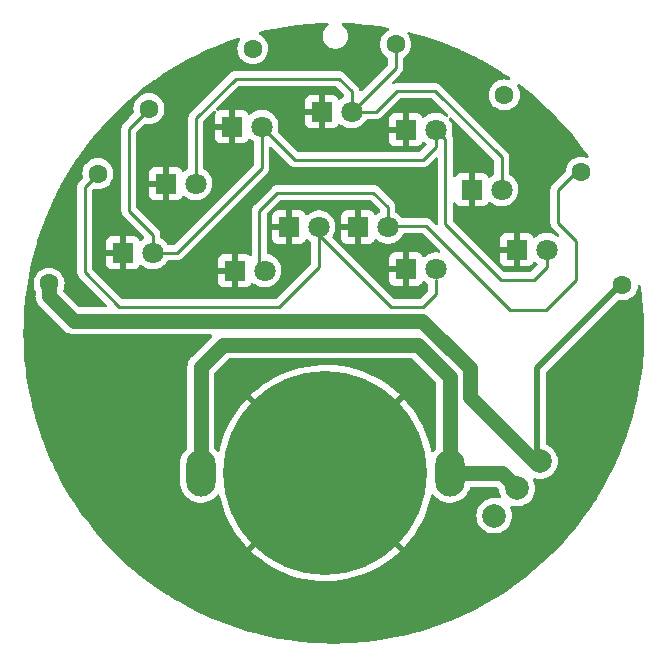
<source format=gbr>
%TF.GenerationSoftware,KiCad,Pcbnew,(6.0.4)*%
%TF.CreationDate,2024-01-19T15:56:56-08:00*%
%TF.ProjectId,Alpenglow_RadiantRainbow_PCB,416c7065-6e67-46c6-9f77-5f5261646961,rev?*%
%TF.SameCoordinates,Original*%
%TF.FileFunction,Copper,L2,Bot*%
%TF.FilePolarity,Positive*%
%FSLAX46Y46*%
G04 Gerber Fmt 4.6, Leading zero omitted, Abs format (unit mm)*
G04 Created by KiCad (PCBNEW (6.0.4)) date 2024-01-19 15:56:56*
%MOMM*%
%LPD*%
G01*
G04 APERTURE LIST*
G04 Aperture macros list*
%AMHorizOval*
0 Thick line with rounded ends*
0 $1 width*
0 $2 $3 position (X,Y) of the first rounded end (center of the circle)*
0 $4 $5 position (X,Y) of the second rounded end (center of the circle)*
0 Add line between two ends*
20,1,$1,$2,$3,$4,$5,0*
0 Add two circle primitives to create the rounded ends*
1,1,$1,$2,$3*
1,1,$1,$4,$5*%
G04 Aperture macros list end*
%TA.AperFunction,ComponentPad*%
%ADD10R,1.800000X1.800000*%
%TD*%
%TA.AperFunction,ComponentPad*%
%ADD11C,1.800000*%
%TD*%
%TA.AperFunction,ComponentPad*%
%ADD12C,1.600000*%
%TD*%
%TA.AperFunction,ComponentPad*%
%ADD13HorizOval,1.600000X0.000000X0.000000X0.000000X0.000000X0*%
%TD*%
%TA.AperFunction,ComponentPad*%
%ADD14HorizOval,1.600000X0.000000X0.000000X0.000000X0.000000X0*%
%TD*%
%TA.AperFunction,ComponentPad*%
%ADD15HorizOval,1.600000X0.000000X0.000000X0.000000X0.000000X0*%
%TD*%
%TA.AperFunction,ComponentPad*%
%ADD16C,2.000000*%
%TD*%
%TA.AperFunction,ComponentPad*%
%ADD17O,2.500000X4.000000*%
%TD*%
%TA.AperFunction,SMDPad,CuDef*%
%ADD18C,17.272000*%
%TD*%
%TA.AperFunction,ComponentPad*%
%ADD19HorizOval,1.600000X0.000000X0.000000X0.000000X0.000000X0*%
%TD*%
%TA.AperFunction,Conductor*%
%ADD20C,1.270000*%
%TD*%
%TA.AperFunction,Conductor*%
%ADD21C,0.250000*%
%TD*%
%TA.AperFunction,Conductor*%
%ADD22C,0.508000*%
%TD*%
G04 APERTURE END LIST*
D10*
%TO.P,D1,1,K*%
%TO.N,GND*%
X160346500Y-93472000D03*
D11*
%TO.P,D1,2,A*%
%TO.N,Net-(D1-Pad2)*%
X162886500Y-93472000D03*
%TD*%
D10*
%TO.P,D3,1,K*%
%TO.N,GND*%
X136216500Y-83058000D03*
D11*
%TO.P,D3,2,A*%
%TO.N,Net-(D1-Pad2)*%
X138756500Y-83058000D03*
%TD*%
D10*
%TO.P,D5,1,K*%
%TO.N,GND*%
X143836500Y-81788000D03*
D11*
%TO.P,D5,2,A*%
%TO.N,Net-(D5-Pad2)*%
X146376500Y-81788000D03*
%TD*%
D10*
%TO.P,D11,1,K*%
%TO.N,GND*%
X141042500Y-91567000D03*
D11*
%TO.P,D11,2,A*%
%TO.N,Net-(D10-Pad2)*%
X143582500Y-91567000D03*
%TD*%
D10*
%TO.P,D4,1,K*%
%TO.N,GND*%
X127000000Y-93726000D03*
D11*
%TO.P,D4,2,A*%
%TO.N,Net-(D1-Pad2)*%
X129540000Y-93726000D03*
%TD*%
D10*
%TO.P,D8,1,K*%
%TO.N,GND*%
X146884500Y-91567000D03*
D11*
%TO.P,D8,2,A*%
%TO.N,Net-(D8-Pad2)*%
X149424500Y-91567000D03*
%TD*%
D10*
%TO.P,D7,1,K*%
%TO.N,GND*%
X156536500Y-88392000D03*
D11*
%TO.P,D7,2,A*%
%TO.N,Net-(D5-Pad2)*%
X159076500Y-88392000D03*
%TD*%
D10*
%TO.P,D10,1,K*%
%TO.N,GND*%
X150948500Y-95123000D03*
D11*
%TO.P,D10,2,A*%
%TO.N,Net-(D10-Pad2)*%
X153488500Y-95123000D03*
%TD*%
D10*
%TO.P,D9,1,K*%
%TO.N,GND*%
X136470500Y-95250000D03*
D11*
%TO.P,D9,2,A*%
%TO.N,Net-(D8-Pad2)*%
X139010500Y-95250000D03*
%TD*%
D10*
%TO.P,D6,1,K*%
%TO.N,GND*%
X130628500Y-87884000D03*
D11*
%TO.P,D6,2,A*%
%TO.N,Net-(D5-Pad2)*%
X133168500Y-87884000D03*
%TD*%
D10*
%TO.P,D2,1,K*%
%TO.N,GND*%
X150948500Y-83312000D03*
D11*
%TO.P,D2,2,A*%
%TO.N,Net-(D1-Pad2)*%
X153488500Y-83312000D03*
%TD*%
D12*
%TO.P,R4,1*%
%TO.N,/LED+*%
X120742778Y-96334811D03*
D13*
%TO.P,R4,2*%
%TO.N,Net-(D10-Pad2)*%
X124875222Y-87053189D03*
%TD*%
D12*
%TO.P,R1,1*%
%TO.N,/LED+*%
X138003409Y-76454000D03*
D14*
%TO.P,R1,2*%
%TO.N,Net-(D1-Pad2)*%
X129204591Y-81534000D03*
%TD*%
D12*
%TO.P,R3,1*%
%TO.N,/LED+*%
X169278901Y-96467639D03*
D15*
%TO.P,R3,2*%
%TO.N,Net-(D8-Pad2)*%
X165803976Y-86920362D03*
%TD*%
D16*
%TO.P,SW1,1,A*%
%TO.N,/LED+*%
X162303158Y-111398438D03*
%TO.P,SW1,2,B*%
%TO.N,VCC*%
X160374795Y-113696572D03*
%TO.P,SW1,3,C*%
%TO.N,unconnected-(SW1-Pad3)*%
X158446432Y-115994705D03*
%TD*%
D17*
%TO.P,BT1,1,+*%
%TO.N,VCC*%
X133604000Y-112395000D03*
X154686000Y-112395000D03*
D18*
%TO.P,BT1,2,-*%
%TO.N,GND*%
X144145000Y-112395000D03*
%TD*%
D12*
%TO.P,R2,1*%
%TO.N,/LED+*%
X159290044Y-80378901D03*
D19*
%TO.P,R2,2*%
%TO.N,Net-(D5-Pad2)*%
X150081957Y-76085099D03*
%TD*%
D20*
%TO.N,VCC*%
X133604000Y-103378000D02*
X135458200Y-101523800D01*
X154686000Y-104267000D02*
X154686000Y-112395000D01*
X151942800Y-101523800D02*
X154686000Y-104267000D01*
X160374795Y-113696572D02*
X159073223Y-112395000D01*
X135458200Y-101523800D02*
X151942800Y-101523800D01*
X159073223Y-112395000D02*
X154686000Y-112395000D01*
X133604000Y-112395000D02*
X133604000Y-103378000D01*
D21*
%TO.N,Net-(D1-Pad2)*%
X127508000Y-83230591D02*
X129204591Y-81534000D01*
X141550500Y-85852000D02*
X152400000Y-85852000D01*
X138756500Y-83058000D02*
X141550500Y-85852000D01*
X129540000Y-93726000D02*
X129540000Y-92202000D01*
X154305000Y-91313000D02*
X154305000Y-84128500D01*
X159004000Y-96012000D02*
X154305000Y-91313000D01*
X153488500Y-84763500D02*
X153488500Y-83312000D01*
X154305000Y-84128500D02*
X153488500Y-83312000D01*
X162886500Y-93472000D02*
X162886500Y-94923500D01*
X129540000Y-93726000D02*
X131572000Y-93726000D01*
X131572000Y-93726000D02*
X138756500Y-86541500D01*
X162886500Y-94923500D02*
X161798000Y-96012000D01*
X138756500Y-86541500D02*
X138756500Y-83058000D01*
X127508000Y-90170000D02*
X127508000Y-83230591D01*
X161798000Y-96012000D02*
X159004000Y-96012000D01*
X129540000Y-92202000D02*
X127508000Y-90170000D01*
X152400000Y-85852000D02*
X153488500Y-84763500D01*
%TO.N,Net-(D5-Pad2)*%
X146376500Y-80082500D02*
X146376500Y-81788000D01*
X146376500Y-81788000D02*
X148463000Y-81788000D01*
X159076500Y-85670500D02*
X159076500Y-88392000D01*
X153416000Y-80010000D02*
X159076500Y-85670500D01*
X136543000Y-78994000D02*
X145288000Y-78994000D01*
X145288000Y-78994000D02*
X146376500Y-80082500D01*
X133168500Y-82368500D02*
X136543000Y-78994000D01*
X150081957Y-78082543D02*
X146376500Y-81788000D01*
X150241000Y-80010000D02*
X153416000Y-80010000D01*
X133168500Y-87884000D02*
X133168500Y-82368500D01*
X150081957Y-76085099D02*
X150081957Y-78082543D01*
X148463000Y-81788000D02*
X150241000Y-80010000D01*
%TO.N,Net-(D8-Pad2)*%
X163830000Y-88414651D02*
X164985099Y-87259552D01*
X138557000Y-90170000D02*
X138557000Y-94796500D01*
X138557000Y-94796500D02*
X139010500Y-95250000D01*
X148209000Y-88646000D02*
X140081000Y-88646000D01*
X152654000Y-91440000D02*
X159766000Y-98552000D01*
X149424500Y-91567000D02*
X149424500Y-89861500D01*
X165354000Y-96012000D02*
X165354000Y-92710000D01*
X159766000Y-98552000D02*
X162814000Y-98552000D01*
X140081000Y-88646000D02*
X138557000Y-90170000D01*
X165354000Y-92710000D02*
X163830000Y-91186000D01*
X149424500Y-89861500D02*
X148209000Y-88646000D01*
X163830000Y-91186000D02*
X163830000Y-88414651D01*
X149860000Y-91440000D02*
X152654000Y-91440000D01*
X162814000Y-98552000D02*
X165354000Y-96012000D01*
%TO.N,Net-(D10-Pad2)*%
X140208000Y-98298000D02*
X126669800Y-98298000D01*
X143582500Y-92202000D02*
X143582500Y-94923500D01*
X149678500Y-98298000D02*
X143582500Y-92202000D01*
X153488500Y-96012000D02*
X153488500Y-97209500D01*
X153488500Y-97209500D02*
X152400000Y-98298000D01*
X126669800Y-98298000D02*
X123774200Y-95402400D01*
X123774200Y-95402400D02*
X123774200Y-88154211D01*
X152400000Y-98298000D02*
X149678500Y-98298000D01*
X123774200Y-88154211D02*
X124875222Y-87053189D01*
X143582500Y-94923500D02*
X140208000Y-98298000D01*
D22*
%TO.N,/LED+*%
X162052000Y-103524945D02*
X162052000Y-111609336D01*
D20*
X152349200Y-99491800D02*
X122834400Y-99491800D01*
X162303158Y-111398438D02*
X161841085Y-111398438D01*
X156382339Y-103524939D02*
X152349200Y-99491800D01*
X161841085Y-111398438D02*
X156382339Y-105939692D01*
X120742778Y-97400178D02*
X120742778Y-96334811D01*
D22*
X169278901Y-96298044D02*
X162052000Y-103524945D01*
D20*
X122834400Y-99491800D02*
X120742778Y-97400178D01*
X156382339Y-105939692D02*
X156382339Y-103524939D01*
%TD*%
%TA.AperFunction,Conductor*%
%TO.N,GND*%
G36*
X144365251Y-74297291D02*
G01*
X144412950Y-74349878D01*
X144424645Y-74419905D01*
X144396625Y-74485138D01*
X144379192Y-74502447D01*
X144366183Y-74513057D01*
X144223880Y-74629116D01*
X144223877Y-74629119D01*
X144219105Y-74633011D01*
X144215178Y-74637758D01*
X144215176Y-74637760D01*
X144089616Y-74789536D01*
X144089614Y-74789539D01*
X144085687Y-74794286D01*
X143986135Y-74978403D01*
X143980017Y-74998167D01*
X143932796Y-75150715D01*
X143924241Y-75178351D01*
X143923597Y-75184476D01*
X143923597Y-75184477D01*
X143909968Y-75314149D01*
X143902362Y-75386513D01*
X143921332Y-75594960D01*
X143980429Y-75795752D01*
X143983286Y-75801217D01*
X144015320Y-75862492D01*
X144077400Y-75981242D01*
X144208554Y-76144364D01*
X144368893Y-76278905D01*
X144374296Y-76281875D01*
X144374297Y-76281876D01*
X144384123Y-76287278D01*
X144552311Y-76379740D01*
X144751822Y-76443028D01*
X144757939Y-76443714D01*
X144757943Y-76443715D01*
X144835682Y-76452434D01*
X144914723Y-76461300D01*
X145027466Y-76461300D01*
X145030521Y-76461000D01*
X145030530Y-76461000D01*
X145102288Y-76453964D01*
X145183109Y-76446039D01*
X145189010Y-76444257D01*
X145189012Y-76444257D01*
X145267107Y-76420679D01*
X145383484Y-76385542D01*
X145568293Y-76287278D01*
X145659608Y-76212803D01*
X145725720Y-76158884D01*
X145725723Y-76158881D01*
X145730495Y-76154989D01*
X145734424Y-76150240D01*
X145859984Y-75998464D01*
X145859986Y-75998461D01*
X145863913Y-75993714D01*
X145963465Y-75809597D01*
X145994412Y-75709623D01*
X146023537Y-75615536D01*
X146023538Y-75615533D01*
X146025359Y-75609649D01*
X146037745Y-75491811D01*
X146046594Y-75407615D01*
X146046594Y-75407614D01*
X146047238Y-75401487D01*
X146028268Y-75193040D01*
X145969171Y-74992248D01*
X145872200Y-74806758D01*
X145741046Y-74643636D01*
X145723742Y-74629116D01*
X145585429Y-74513057D01*
X145585427Y-74513056D01*
X145580707Y-74509095D01*
X145581161Y-74508554D01*
X145539185Y-74457151D01*
X145531137Y-74386612D01*
X145562504Y-74322920D01*
X145623326Y-74286297D01*
X145657257Y-74282194D01*
X145772487Y-74284004D01*
X145777322Y-74284172D01*
X146492786Y-74322920D01*
X146780231Y-74338487D01*
X146785041Y-74338841D01*
X147785066Y-74431611D01*
X147789868Y-74432150D01*
X148785624Y-74563244D01*
X148790362Y-74563960D01*
X149459382Y-74678317D01*
X149523156Y-74709510D01*
X149559944Y-74770232D01*
X149558063Y-74841204D01*
X149518111Y-74899892D01*
X149491400Y-74916710D01*
X149430195Y-74945250D01*
X149430190Y-74945253D01*
X149425208Y-74947576D01*
X149372775Y-74984290D01*
X149242168Y-75075742D01*
X149242165Y-75075744D01*
X149237657Y-75078901D01*
X149075759Y-75240799D01*
X148944434Y-75428350D01*
X148942111Y-75433332D01*
X148942108Y-75433337D01*
X148857766Y-75614211D01*
X148847673Y-75635856D01*
X148846251Y-75641164D01*
X148846250Y-75641166D01*
X148820277Y-75738099D01*
X148788414Y-75857012D01*
X148768459Y-76085099D01*
X148788414Y-76313186D01*
X148789838Y-76318499D01*
X148789838Y-76318501D01*
X148823535Y-76444257D01*
X148847673Y-76534342D01*
X148849996Y-76539323D01*
X148849996Y-76539324D01*
X148942108Y-76736861D01*
X148942111Y-76736866D01*
X148944434Y-76741848D01*
X148947591Y-76746356D01*
X149060933Y-76908225D01*
X149075759Y-76929399D01*
X149237657Y-77091297D01*
X149242165Y-77094454D01*
X149242168Y-77094456D01*
X149394728Y-77201280D01*
X149439056Y-77256737D01*
X149448457Y-77304493D01*
X149448457Y-77767949D01*
X149428455Y-77836070D01*
X149411552Y-77857044D01*
X147219285Y-80049310D01*
X147156973Y-80083336D01*
X147086157Y-80078271D01*
X147029322Y-80035724D01*
X147007197Y-79983367D01*
X147007173Y-79982610D01*
X147001522Y-79963158D01*
X146997514Y-79943806D01*
X146995968Y-79931568D01*
X146995967Y-79931566D01*
X146994974Y-79923703D01*
X146978694Y-79882586D01*
X146974859Y-79871385D01*
X146962518Y-79828906D01*
X146958485Y-79822087D01*
X146958483Y-79822082D01*
X146952207Y-79811471D01*
X146943510Y-79793721D01*
X146936052Y-79774883D01*
X146910071Y-79739123D01*
X146903553Y-79729201D01*
X146885078Y-79697960D01*
X146885074Y-79697955D01*
X146881042Y-79691137D01*
X146866718Y-79676813D01*
X146853876Y-79661778D01*
X146841972Y-79645393D01*
X146807906Y-79617211D01*
X146799127Y-79609222D01*
X145791652Y-78601747D01*
X145784112Y-78593461D01*
X145780000Y-78586982D01*
X145730348Y-78540356D01*
X145727507Y-78537602D01*
X145707770Y-78517865D01*
X145704573Y-78515385D01*
X145695551Y-78507680D01*
X145686504Y-78499184D01*
X145663321Y-78477414D01*
X145656375Y-78473595D01*
X145656372Y-78473593D01*
X145645566Y-78467652D01*
X145629047Y-78456801D01*
X145621457Y-78450914D01*
X145613041Y-78444386D01*
X145605772Y-78441241D01*
X145605768Y-78441238D01*
X145572463Y-78426826D01*
X145561813Y-78421609D01*
X145523060Y-78400305D01*
X145503437Y-78395267D01*
X145484734Y-78388863D01*
X145473420Y-78383967D01*
X145473419Y-78383967D01*
X145466145Y-78380819D01*
X145458322Y-78379580D01*
X145458312Y-78379577D01*
X145422476Y-78373901D01*
X145410856Y-78371495D01*
X145375711Y-78362472D01*
X145375710Y-78362472D01*
X145368030Y-78360500D01*
X145347776Y-78360500D01*
X145328065Y-78358949D01*
X145315886Y-78357020D01*
X145308057Y-78355780D01*
X145278786Y-78358547D01*
X145264039Y-78359941D01*
X145252181Y-78360500D01*
X136621768Y-78360500D01*
X136610585Y-78359973D01*
X136603092Y-78358298D01*
X136595166Y-78358547D01*
X136595165Y-78358547D01*
X136535002Y-78360438D01*
X136531044Y-78360500D01*
X136503144Y-78360500D01*
X136499154Y-78361004D01*
X136487320Y-78361936D01*
X136443111Y-78363326D01*
X136435495Y-78365539D01*
X136435493Y-78365539D01*
X136423652Y-78368979D01*
X136404293Y-78372988D01*
X136402983Y-78373154D01*
X136384203Y-78375526D01*
X136376837Y-78378442D01*
X136376831Y-78378444D01*
X136343098Y-78391800D01*
X136331868Y-78395645D01*
X136302693Y-78404121D01*
X136289407Y-78407981D01*
X136282584Y-78412016D01*
X136271966Y-78418295D01*
X136254213Y-78426992D01*
X136246568Y-78430019D01*
X136235383Y-78434448D01*
X136210875Y-78452254D01*
X136199612Y-78460437D01*
X136189695Y-78466951D01*
X136151638Y-78489458D01*
X136137317Y-78503779D01*
X136122284Y-78516619D01*
X136105893Y-78528528D01*
X136097217Y-78539016D01*
X136077702Y-78562605D01*
X136069712Y-78571384D01*
X132776247Y-81864848D01*
X132767961Y-81872388D01*
X132761482Y-81876500D01*
X132756057Y-81882277D01*
X132714857Y-81926151D01*
X132712102Y-81928993D01*
X132692365Y-81948730D01*
X132689885Y-81951927D01*
X132682182Y-81960947D01*
X132651914Y-81993179D01*
X132648095Y-82000125D01*
X132648093Y-82000128D01*
X132642152Y-82010934D01*
X132631301Y-82027453D01*
X132618886Y-82043459D01*
X132615741Y-82050728D01*
X132615738Y-82050732D01*
X132601326Y-82084037D01*
X132596109Y-82094687D01*
X132574805Y-82133440D01*
X132572834Y-82141115D01*
X132572834Y-82141116D01*
X132569767Y-82153062D01*
X132563363Y-82171766D01*
X132555319Y-82190355D01*
X132554080Y-82198178D01*
X132554077Y-82198188D01*
X132548401Y-82234024D01*
X132545995Y-82245644D01*
X132537631Y-82278221D01*
X132535000Y-82288470D01*
X132535000Y-82308724D01*
X132533449Y-82328434D01*
X132530280Y-82348443D01*
X132531026Y-82356335D01*
X132534441Y-82392461D01*
X132535000Y-82404319D01*
X132535000Y-86549319D01*
X132514998Y-86617440D01*
X132467179Y-86661083D01*
X132415372Y-86688052D01*
X132402449Y-86697755D01*
X132239918Y-86819787D01*
X132230155Y-86827117D01*
X132226583Y-86830855D01*
X132212287Y-86845815D01*
X132150763Y-86881245D01*
X132079851Y-86877788D01*
X132022064Y-86836543D01*
X132003211Y-86802994D01*
X131981824Y-86745946D01*
X131973286Y-86730351D01*
X131896785Y-86628276D01*
X131884224Y-86615715D01*
X131782149Y-86539214D01*
X131766554Y-86530676D01*
X131646106Y-86485522D01*
X131630851Y-86481895D01*
X131579986Y-86476369D01*
X131573172Y-86476000D01*
X130900615Y-86476000D01*
X130885376Y-86480475D01*
X130884171Y-86481865D01*
X130882500Y-86489548D01*
X130882500Y-89273884D01*
X130886975Y-89289123D01*
X130888365Y-89290328D01*
X130896048Y-89291999D01*
X131573169Y-89291999D01*
X131579990Y-89291629D01*
X131630852Y-89286105D01*
X131646104Y-89282479D01*
X131766554Y-89237324D01*
X131782149Y-89228786D01*
X131884224Y-89152285D01*
X131896785Y-89139724D01*
X131973286Y-89037649D01*
X131981824Y-89022054D01*
X132003273Y-88964840D01*
X132045915Y-88908075D01*
X132112477Y-88883376D01*
X132181825Y-88898584D01*
X132201740Y-88912126D01*
X132201926Y-88912280D01*
X132357849Y-89041730D01*
X132557822Y-89158584D01*
X132774194Y-89241209D01*
X132779260Y-89242240D01*
X132779261Y-89242240D01*
X132832346Y-89253040D01*
X133001156Y-89287385D01*
X133131824Y-89292176D01*
X133227449Y-89295683D01*
X133227453Y-89295683D01*
X133232613Y-89295872D01*
X133237733Y-89295216D01*
X133237735Y-89295216D01*
X133337168Y-89282478D01*
X133462347Y-89266442D01*
X133467295Y-89264957D01*
X133467302Y-89264956D01*
X133679247Y-89201369D01*
X133684190Y-89199886D01*
X133688824Y-89197616D01*
X133887549Y-89100262D01*
X133887552Y-89100260D01*
X133892184Y-89097991D01*
X134080743Y-88963494D01*
X134244803Y-88800005D01*
X134379958Y-88611917D01*
X134452886Y-88464359D01*
X134480284Y-88408922D01*
X134480285Y-88408920D01*
X134482578Y-88404280D01*
X134549908Y-88182671D01*
X134555200Y-88142475D01*
X134579704Y-87956354D01*
X134579704Y-87956351D01*
X134580140Y-87953041D01*
X134580489Y-87938773D01*
X134581745Y-87887365D01*
X134581745Y-87887361D01*
X134581827Y-87884000D01*
X134569531Y-87734441D01*
X134563273Y-87658318D01*
X134563272Y-87658312D01*
X134562849Y-87653167D01*
X134530866Y-87525838D01*
X134507684Y-87433544D01*
X134507683Y-87433540D01*
X134506425Y-87428533D01*
X134482969Y-87374587D01*
X134416130Y-87220868D01*
X134416128Y-87220865D01*
X134414070Y-87216131D01*
X134288264Y-87021665D01*
X134258064Y-86988475D01*
X134213343Y-86939328D01*
X134132387Y-86850358D01*
X134128336Y-86847159D01*
X134128332Y-86847155D01*
X133954678Y-86710012D01*
X133954675Y-86710010D01*
X133950623Y-86706810D01*
X133867107Y-86660707D01*
X133817136Y-86610274D01*
X133802000Y-86550398D01*
X133802000Y-84002669D01*
X134808501Y-84002669D01*
X134808871Y-84009490D01*
X134814395Y-84060352D01*
X134818021Y-84075604D01*
X134863176Y-84196054D01*
X134871714Y-84211649D01*
X134948215Y-84313724D01*
X134960776Y-84326285D01*
X135062851Y-84402786D01*
X135078446Y-84411324D01*
X135198894Y-84456478D01*
X135214149Y-84460105D01*
X135265014Y-84465631D01*
X135271828Y-84466000D01*
X135944385Y-84466000D01*
X135959624Y-84461525D01*
X135960829Y-84460135D01*
X135962500Y-84452452D01*
X135962500Y-83330115D01*
X135958025Y-83314876D01*
X135956635Y-83313671D01*
X135948952Y-83312000D01*
X134826616Y-83312000D01*
X134811377Y-83316475D01*
X134810172Y-83317865D01*
X134808501Y-83325548D01*
X134808501Y-84002669D01*
X133802000Y-84002669D01*
X133802000Y-82683094D01*
X133822002Y-82614973D01*
X133838905Y-82593999D01*
X134664768Y-81768136D01*
X134727080Y-81734110D01*
X134797895Y-81739175D01*
X134854731Y-81781722D01*
X134879542Y-81848242D01*
X134865780Y-81911333D01*
X134866328Y-81911538D01*
X134864911Y-81915317D01*
X134864383Y-81917739D01*
X134863179Y-81919939D01*
X134818022Y-82040394D01*
X134814395Y-82055649D01*
X134808869Y-82106514D01*
X134808500Y-82113328D01*
X134808500Y-82785885D01*
X134812975Y-82801124D01*
X134814365Y-82802329D01*
X134822048Y-82804000D01*
X135944385Y-82804000D01*
X135959624Y-82799525D01*
X135960829Y-82798135D01*
X135962500Y-82790452D01*
X135962500Y-81668116D01*
X135958025Y-81652877D01*
X135956635Y-81651672D01*
X135948952Y-81650001D01*
X135271831Y-81650001D01*
X135265010Y-81650371D01*
X135214148Y-81655895D01*
X135198896Y-81659521D01*
X135078439Y-81704679D01*
X135076239Y-81705883D01*
X135073808Y-81706415D01*
X135070038Y-81707828D01*
X135069834Y-81707284D01*
X135006882Y-81721052D01*
X134940334Y-81696315D01*
X134897724Y-81639527D01*
X134892581Y-81568717D01*
X134921392Y-81515885D01*
X142428500Y-81515885D01*
X142432975Y-81531124D01*
X142434365Y-81532329D01*
X142442048Y-81534000D01*
X143564385Y-81534000D01*
X143579624Y-81529525D01*
X143580829Y-81528135D01*
X143582500Y-81520452D01*
X143582500Y-80398116D01*
X143578025Y-80382877D01*
X143576635Y-80381672D01*
X143568952Y-80380001D01*
X142891831Y-80380001D01*
X142885010Y-80380371D01*
X142834148Y-80385895D01*
X142818896Y-80389521D01*
X142698446Y-80434676D01*
X142682851Y-80443214D01*
X142580776Y-80519715D01*
X142568215Y-80532276D01*
X142491714Y-80634351D01*
X142483176Y-80649946D01*
X142438022Y-80770394D01*
X142434395Y-80785649D01*
X142428869Y-80836514D01*
X142428500Y-80843328D01*
X142428500Y-81515885D01*
X134921392Y-81515885D01*
X134926636Y-81506268D01*
X136768499Y-79664405D01*
X136830811Y-79630379D01*
X136857594Y-79627500D01*
X144973406Y-79627500D01*
X145041527Y-79647502D01*
X145062501Y-79664405D01*
X145706095Y-80307999D01*
X145740121Y-80370311D01*
X145743000Y-80397094D01*
X145743000Y-80453319D01*
X145722998Y-80521440D01*
X145675179Y-80565083D01*
X145623372Y-80592052D01*
X145619234Y-80595159D01*
X145470284Y-80706994D01*
X145438155Y-80731117D01*
X145434583Y-80734855D01*
X145420287Y-80749815D01*
X145358763Y-80785245D01*
X145287851Y-80781788D01*
X145230064Y-80740543D01*
X145211211Y-80706994D01*
X145189824Y-80649946D01*
X145181286Y-80634351D01*
X145104785Y-80532276D01*
X145092224Y-80519715D01*
X144990149Y-80443214D01*
X144974554Y-80434676D01*
X144854106Y-80389522D01*
X144838851Y-80385895D01*
X144787986Y-80380369D01*
X144781172Y-80380000D01*
X144108615Y-80380000D01*
X144093376Y-80384475D01*
X144092171Y-80385865D01*
X144090500Y-80393548D01*
X144090500Y-83177884D01*
X144094975Y-83193123D01*
X144096365Y-83194328D01*
X144104048Y-83195999D01*
X144781169Y-83195999D01*
X144787990Y-83195629D01*
X144838852Y-83190105D01*
X144854104Y-83186479D01*
X144974554Y-83141324D01*
X144990149Y-83132786D01*
X145092224Y-83056285D01*
X145104785Y-83043724D01*
X145181286Y-82941649D01*
X145189824Y-82926054D01*
X145211273Y-82868840D01*
X145253915Y-82812075D01*
X145320477Y-82787376D01*
X145389825Y-82802584D01*
X145409740Y-82816126D01*
X145498173Y-82889544D01*
X145565849Y-82945730D01*
X145765822Y-83062584D01*
X145982194Y-83145209D01*
X145987260Y-83146240D01*
X145987261Y-83146240D01*
X146008500Y-83150561D01*
X146209156Y-83191385D01*
X146339824Y-83196176D01*
X146435449Y-83199683D01*
X146435453Y-83199683D01*
X146440613Y-83199872D01*
X146445733Y-83199216D01*
X146445735Y-83199216D01*
X146545168Y-83186478D01*
X146670347Y-83170442D01*
X146675295Y-83168957D01*
X146675302Y-83168956D01*
X146887247Y-83105369D01*
X146892190Y-83103886D01*
X146928051Y-83086318D01*
X147022833Y-83039885D01*
X149540500Y-83039885D01*
X149544975Y-83055124D01*
X149546365Y-83056329D01*
X149554048Y-83058000D01*
X150676385Y-83058000D01*
X150691624Y-83053525D01*
X150692829Y-83052135D01*
X150694500Y-83044452D01*
X150694500Y-81922116D01*
X150690025Y-81906877D01*
X150688635Y-81905672D01*
X150680952Y-81904001D01*
X150003831Y-81904001D01*
X149997010Y-81904371D01*
X149946148Y-81909895D01*
X149930896Y-81913521D01*
X149810446Y-81958676D01*
X149794851Y-81967214D01*
X149692776Y-82043715D01*
X149680215Y-82056276D01*
X149603714Y-82158351D01*
X149595176Y-82173946D01*
X149550022Y-82294394D01*
X149546395Y-82309649D01*
X149540869Y-82360514D01*
X149540500Y-82367328D01*
X149540500Y-83039885D01*
X147022833Y-83039885D01*
X147095549Y-83004262D01*
X147095552Y-83004260D01*
X147100184Y-83001991D01*
X147288743Y-82867494D01*
X147452803Y-82704005D01*
X147587958Y-82515917D01*
X147599940Y-82491672D01*
X147648053Y-82439466D01*
X147712897Y-82421500D01*
X148384233Y-82421500D01*
X148395416Y-82422027D01*
X148402909Y-82423702D01*
X148410835Y-82423453D01*
X148410836Y-82423453D01*
X148470986Y-82421562D01*
X148474945Y-82421500D01*
X148502856Y-82421500D01*
X148506791Y-82421003D01*
X148506856Y-82420995D01*
X148518693Y-82420062D01*
X148550951Y-82419048D01*
X148554970Y-82418922D01*
X148562889Y-82418673D01*
X148582343Y-82413021D01*
X148601700Y-82409013D01*
X148613930Y-82407468D01*
X148613931Y-82407468D01*
X148621797Y-82406474D01*
X148629168Y-82403555D01*
X148629170Y-82403555D01*
X148662912Y-82390196D01*
X148674142Y-82386351D01*
X148708983Y-82376229D01*
X148708984Y-82376229D01*
X148716593Y-82374018D01*
X148723412Y-82369985D01*
X148723417Y-82369983D01*
X148734028Y-82363707D01*
X148751776Y-82355012D01*
X148770617Y-82347552D01*
X148780167Y-82340614D01*
X148806387Y-82321564D01*
X148816307Y-82315048D01*
X148847535Y-82296580D01*
X148847538Y-82296578D01*
X148854362Y-82292542D01*
X148868683Y-82278221D01*
X148883717Y-82265380D01*
X148893694Y-82258131D01*
X148900107Y-82253472D01*
X148928298Y-82219395D01*
X148936288Y-82210616D01*
X150466499Y-80680405D01*
X150528811Y-80646379D01*
X150555594Y-80643500D01*
X153101406Y-80643500D01*
X153169527Y-80663502D01*
X153190501Y-80680405D01*
X154528743Y-82018647D01*
X154562769Y-82080959D01*
X154557704Y-82151774D01*
X154515157Y-82208610D01*
X154448637Y-82233421D01*
X154379263Y-82218330D01*
X154361556Y-82206624D01*
X154274677Y-82138011D01*
X154274672Y-82138008D01*
X154270623Y-82134810D01*
X154266107Y-82132317D01*
X154266104Y-82132315D01*
X154072379Y-82025373D01*
X154072375Y-82025371D01*
X154067855Y-82022876D01*
X154062986Y-82021152D01*
X154062982Y-82021150D01*
X153854403Y-81947288D01*
X153854399Y-81947287D01*
X153849528Y-81945562D01*
X153844435Y-81944655D01*
X153844432Y-81944654D01*
X153626595Y-81905851D01*
X153626589Y-81905850D01*
X153621506Y-81904945D01*
X153544144Y-81904000D01*
X153395081Y-81902179D01*
X153395079Y-81902179D01*
X153389911Y-81902116D01*
X153160964Y-81937150D01*
X152940814Y-82009106D01*
X152936226Y-82011494D01*
X152936222Y-82011496D01*
X152753694Y-82106514D01*
X152735372Y-82116052D01*
X152731239Y-82119155D01*
X152731236Y-82119157D01*
X152560478Y-82247366D01*
X152550155Y-82255117D01*
X152536515Y-82269391D01*
X152532287Y-82273815D01*
X152470763Y-82309245D01*
X152399851Y-82305788D01*
X152342064Y-82264543D01*
X152323211Y-82230994D01*
X152301824Y-82173946D01*
X152293286Y-82158351D01*
X152216785Y-82056276D01*
X152204224Y-82043715D01*
X152102149Y-81967214D01*
X152086554Y-81958676D01*
X151966106Y-81913522D01*
X151950851Y-81909895D01*
X151899986Y-81904369D01*
X151893172Y-81904000D01*
X151220615Y-81904000D01*
X151205376Y-81908475D01*
X151204171Y-81909865D01*
X151202500Y-81917548D01*
X151202500Y-84701884D01*
X151206975Y-84717123D01*
X151208365Y-84718328D01*
X151216048Y-84719999D01*
X151893169Y-84719999D01*
X151899990Y-84719629D01*
X151950852Y-84714105D01*
X151966104Y-84710479D01*
X152086554Y-84665324D01*
X152102149Y-84656786D01*
X152204224Y-84580285D01*
X152216785Y-84567724D01*
X152293286Y-84465649D01*
X152301824Y-84450054D01*
X152323273Y-84392840D01*
X152365915Y-84336075D01*
X152432477Y-84311376D01*
X152501825Y-84326584D01*
X152521740Y-84340126D01*
X152677849Y-84469730D01*
X152678579Y-84470157D01*
X152722120Y-84524630D01*
X152729428Y-84595249D01*
X152694615Y-84661480D01*
X152174500Y-85181595D01*
X152112188Y-85215621D01*
X152085405Y-85218500D01*
X141865094Y-85218500D01*
X141796973Y-85198498D01*
X141775999Y-85181595D01*
X140851073Y-84256669D01*
X149540501Y-84256669D01*
X149540871Y-84263490D01*
X149546395Y-84314352D01*
X149550021Y-84329604D01*
X149595176Y-84450054D01*
X149603714Y-84465649D01*
X149680215Y-84567724D01*
X149692776Y-84580285D01*
X149794851Y-84656786D01*
X149810446Y-84665324D01*
X149930894Y-84710478D01*
X149946149Y-84714105D01*
X149997014Y-84719631D01*
X150003828Y-84720000D01*
X150676385Y-84720000D01*
X150691624Y-84715525D01*
X150692829Y-84714135D01*
X150694500Y-84706452D01*
X150694500Y-83584115D01*
X150690025Y-83568876D01*
X150688635Y-83567671D01*
X150680952Y-83566000D01*
X149558616Y-83566000D01*
X149543377Y-83570475D01*
X149542172Y-83571865D01*
X149540501Y-83579548D01*
X149540501Y-84256669D01*
X140851073Y-84256669D01*
X140147799Y-83553395D01*
X140113773Y-83491083D01*
X140116336Y-83427671D01*
X140129496Y-83384359D01*
X140137908Y-83356671D01*
X140168140Y-83127041D01*
X140168706Y-83103886D01*
X140169745Y-83061365D01*
X140169745Y-83061361D01*
X140169827Y-83058000D01*
X140160811Y-82948340D01*
X140151273Y-82832318D01*
X140151272Y-82832312D01*
X140150849Y-82827167D01*
X140127113Y-82732669D01*
X142428501Y-82732669D01*
X142428871Y-82739490D01*
X142434395Y-82790352D01*
X142438021Y-82805604D01*
X142483176Y-82926054D01*
X142491714Y-82941649D01*
X142568215Y-83043724D01*
X142580776Y-83056285D01*
X142682851Y-83132786D01*
X142698446Y-83141324D01*
X142818894Y-83186478D01*
X142834149Y-83190105D01*
X142885014Y-83195631D01*
X142891828Y-83196000D01*
X143564385Y-83196000D01*
X143579624Y-83191525D01*
X143580829Y-83190135D01*
X143582500Y-83182452D01*
X143582500Y-82060115D01*
X143578025Y-82044876D01*
X143576635Y-82043671D01*
X143568952Y-82042000D01*
X142446616Y-82042000D01*
X142431377Y-82046475D01*
X142430172Y-82047865D01*
X142428501Y-82055548D01*
X142428501Y-82732669D01*
X140127113Y-82732669D01*
X140118859Y-82699808D01*
X140095684Y-82607544D01*
X140095683Y-82607540D01*
X140094425Y-82602533D01*
X140092366Y-82597797D01*
X140004130Y-82394868D01*
X140004128Y-82394865D01*
X140002070Y-82390131D01*
X139876264Y-82195665D01*
X139871433Y-82190355D01*
X139784391Y-82094698D01*
X139720387Y-82024358D01*
X139716336Y-82021159D01*
X139716332Y-82021155D01*
X139542677Y-81884011D01*
X139542672Y-81884008D01*
X139538623Y-81880810D01*
X139534107Y-81878317D01*
X139534104Y-81878315D01*
X139340379Y-81771373D01*
X139340375Y-81771371D01*
X139335855Y-81768876D01*
X139330986Y-81767152D01*
X139330982Y-81767150D01*
X139122403Y-81693288D01*
X139122399Y-81693287D01*
X139117528Y-81691562D01*
X139112435Y-81690655D01*
X139112432Y-81690654D01*
X138894595Y-81651851D01*
X138894589Y-81651850D01*
X138889506Y-81650945D01*
X138812144Y-81650000D01*
X138663081Y-81648179D01*
X138663079Y-81648179D01*
X138657911Y-81648116D01*
X138428964Y-81683150D01*
X138208814Y-81755106D01*
X138204226Y-81757494D01*
X138204222Y-81757496D01*
X138073513Y-81825539D01*
X138003372Y-81862052D01*
X137999239Y-81865155D01*
X137999236Y-81865157D01*
X137828727Y-81993179D01*
X137818155Y-82001117D01*
X137814583Y-82004855D01*
X137800287Y-82019815D01*
X137738763Y-82055245D01*
X137667851Y-82051788D01*
X137610064Y-82010543D01*
X137591211Y-81976994D01*
X137569824Y-81919946D01*
X137561286Y-81904351D01*
X137484785Y-81802276D01*
X137472224Y-81789715D01*
X137370149Y-81713214D01*
X137354554Y-81704676D01*
X137234106Y-81659522D01*
X137218851Y-81655895D01*
X137167986Y-81650369D01*
X137161172Y-81650000D01*
X136488615Y-81650000D01*
X136473376Y-81654475D01*
X136472171Y-81655865D01*
X136470500Y-81663548D01*
X136470500Y-84447884D01*
X136474975Y-84463123D01*
X136476365Y-84464328D01*
X136484048Y-84465999D01*
X137161169Y-84465999D01*
X137167990Y-84465629D01*
X137218852Y-84460105D01*
X137234104Y-84456479D01*
X137354554Y-84411324D01*
X137370149Y-84402786D01*
X137472224Y-84326285D01*
X137484785Y-84313724D01*
X137561286Y-84211649D01*
X137569824Y-84196054D01*
X137591273Y-84138840D01*
X137633915Y-84082075D01*
X137700477Y-84057376D01*
X137769825Y-84072584D01*
X137789740Y-84086126D01*
X137921369Y-84195406D01*
X137945849Y-84215730D01*
X137950316Y-84218340D01*
X138060570Y-84282767D01*
X138109294Y-84334405D01*
X138123000Y-84391555D01*
X138123000Y-86226905D01*
X138102998Y-86295026D01*
X138086095Y-86316000D01*
X131346500Y-93055595D01*
X131284188Y-93089621D01*
X131257405Y-93092500D01*
X130876359Y-93092500D01*
X130808238Y-93072498D01*
X130770567Y-93034940D01*
X130734173Y-92978683D01*
X130659764Y-92863665D01*
X130503887Y-92692358D01*
X130499836Y-92689159D01*
X130499832Y-92689155D01*
X130326178Y-92552012D01*
X130326175Y-92552010D01*
X130322123Y-92548810D01*
X130313818Y-92544225D01*
X130252000Y-92510100D01*
X130238607Y-92502707D01*
X130188636Y-92452274D01*
X130173500Y-92392398D01*
X130173500Y-92280767D01*
X130174027Y-92269584D01*
X130175702Y-92262091D01*
X130173562Y-92194000D01*
X130173500Y-92190043D01*
X130173500Y-92162144D01*
X130172996Y-92158153D01*
X130172063Y-92146311D01*
X130170923Y-92110036D01*
X130170674Y-92102111D01*
X130168462Y-92094497D01*
X130168461Y-92094492D01*
X130165023Y-92082659D01*
X130161012Y-92063295D01*
X130159467Y-92051064D01*
X130158474Y-92043203D01*
X130155557Y-92035836D01*
X130155556Y-92035831D01*
X130142198Y-92002092D01*
X130138354Y-91990865D01*
X130136232Y-91983561D01*
X130126018Y-91948407D01*
X130115707Y-91930972D01*
X130107012Y-91913224D01*
X130099552Y-91894383D01*
X130073564Y-91858613D01*
X130067048Y-91848693D01*
X130048580Y-91817465D01*
X130048578Y-91817462D01*
X130044542Y-91810638D01*
X130030221Y-91796317D01*
X130017380Y-91781283D01*
X130010131Y-91771306D01*
X130005472Y-91764893D01*
X129971395Y-91736702D01*
X129962616Y-91728712D01*
X128178405Y-89944500D01*
X128144379Y-89882188D01*
X128141500Y-89855405D01*
X128141500Y-88828669D01*
X129220501Y-88828669D01*
X129220871Y-88835490D01*
X129226395Y-88886352D01*
X129230021Y-88901604D01*
X129275176Y-89022054D01*
X129283714Y-89037649D01*
X129360215Y-89139724D01*
X129372776Y-89152285D01*
X129474851Y-89228786D01*
X129490446Y-89237324D01*
X129610894Y-89282478D01*
X129626149Y-89286105D01*
X129677014Y-89291631D01*
X129683828Y-89292000D01*
X130356385Y-89292000D01*
X130371624Y-89287525D01*
X130372829Y-89286135D01*
X130374500Y-89278452D01*
X130374500Y-88156115D01*
X130370025Y-88140876D01*
X130368635Y-88139671D01*
X130360952Y-88138000D01*
X129238616Y-88138000D01*
X129223377Y-88142475D01*
X129222172Y-88143865D01*
X129220501Y-88151548D01*
X129220501Y-88828669D01*
X128141500Y-88828669D01*
X128141500Y-87611885D01*
X129220500Y-87611885D01*
X129224975Y-87627124D01*
X129226365Y-87628329D01*
X129234048Y-87630000D01*
X130356385Y-87630000D01*
X130371624Y-87625525D01*
X130372829Y-87624135D01*
X130374500Y-87616452D01*
X130374500Y-86494116D01*
X130370025Y-86478877D01*
X130368635Y-86477672D01*
X130360952Y-86476001D01*
X129683831Y-86476001D01*
X129677010Y-86476371D01*
X129626148Y-86481895D01*
X129610896Y-86485521D01*
X129490446Y-86530676D01*
X129474851Y-86539214D01*
X129372776Y-86615715D01*
X129360215Y-86628276D01*
X129283714Y-86730351D01*
X129275176Y-86745946D01*
X129230022Y-86866394D01*
X129226395Y-86881649D01*
X129220869Y-86932514D01*
X129220500Y-86939328D01*
X129220500Y-87611885D01*
X128141500Y-87611885D01*
X128141500Y-83545185D01*
X128161502Y-83477064D01*
X128178405Y-83456090D01*
X128791343Y-82843152D01*
X128853655Y-82809126D01*
X128913050Y-82810541D01*
X128971182Y-82826118D01*
X128971193Y-82826120D01*
X128976504Y-82827543D01*
X129204591Y-82847498D01*
X129432678Y-82827543D01*
X129437991Y-82826119D01*
X129437993Y-82826119D01*
X129648524Y-82769707D01*
X129648526Y-82769706D01*
X129653834Y-82768284D01*
X129705114Y-82744372D01*
X129856353Y-82673849D01*
X129856358Y-82673846D01*
X129861340Y-82671523D01*
X130006357Y-82569981D01*
X130044380Y-82543357D01*
X130044383Y-82543355D01*
X130048891Y-82540198D01*
X130210789Y-82378300D01*
X130235584Y-82342890D01*
X130283950Y-82273815D01*
X130342114Y-82190749D01*
X130344437Y-82185767D01*
X130344440Y-82185762D01*
X130436552Y-81988225D01*
X130436552Y-81988224D01*
X130438875Y-81983243D01*
X130440550Y-81976994D01*
X130496710Y-81767402D01*
X130496710Y-81767400D01*
X130498134Y-81762087D01*
X130518089Y-81534000D01*
X130498134Y-81305913D01*
X130496545Y-81299981D01*
X130440298Y-81090067D01*
X130440297Y-81090065D01*
X130438875Y-81084757D01*
X130409079Y-81020859D01*
X130344440Y-80882238D01*
X130344437Y-80882233D01*
X130342114Y-80877251D01*
X130239790Y-80731117D01*
X130213948Y-80694211D01*
X130213946Y-80694208D01*
X130210789Y-80689700D01*
X130048891Y-80527802D01*
X130044383Y-80524645D01*
X130044380Y-80524643D01*
X129966202Y-80469902D01*
X129861340Y-80396477D01*
X129856358Y-80394154D01*
X129856353Y-80394151D01*
X129658816Y-80302039D01*
X129658815Y-80302039D01*
X129653834Y-80299716D01*
X129648526Y-80298294D01*
X129648524Y-80298293D01*
X129437993Y-80241881D01*
X129437991Y-80241881D01*
X129432678Y-80240457D01*
X129204591Y-80220502D01*
X128976504Y-80240457D01*
X128971191Y-80241881D01*
X128971189Y-80241881D01*
X128760658Y-80298293D01*
X128760656Y-80298294D01*
X128755348Y-80299716D01*
X128750367Y-80302039D01*
X128750366Y-80302039D01*
X128552829Y-80394151D01*
X128552824Y-80394154D01*
X128547842Y-80396477D01*
X128442980Y-80469902D01*
X128364802Y-80524643D01*
X128364799Y-80524645D01*
X128360291Y-80527802D01*
X128198393Y-80689700D01*
X128195236Y-80694208D01*
X128195234Y-80694211D01*
X128169392Y-80731117D01*
X128067068Y-80877251D01*
X128064745Y-80882233D01*
X128064742Y-80882238D01*
X128000103Y-81020859D01*
X127970307Y-81084757D01*
X127968885Y-81090065D01*
X127968884Y-81090067D01*
X127912637Y-81299981D01*
X127911048Y-81305913D01*
X127891093Y-81534000D01*
X127911048Y-81762087D01*
X127912470Y-81767392D01*
X127912472Y-81767406D01*
X127928050Y-81825539D01*
X127926362Y-81896516D01*
X127895439Y-81947248D01*
X127502072Y-82340614D01*
X127115742Y-82726944D01*
X127107463Y-82734478D01*
X127100982Y-82738591D01*
X127056570Y-82785885D01*
X127054357Y-82788242D01*
X127051602Y-82791084D01*
X127031865Y-82810821D01*
X127029385Y-82814018D01*
X127021682Y-82823038D01*
X126991414Y-82855270D01*
X126987595Y-82862216D01*
X126987593Y-82862219D01*
X126981652Y-82873025D01*
X126970801Y-82889544D01*
X126958386Y-82905550D01*
X126955241Y-82912819D01*
X126955238Y-82912823D01*
X126940826Y-82946128D01*
X126935609Y-82956778D01*
X126914305Y-82995531D01*
X126912334Y-83003206D01*
X126912334Y-83003207D01*
X126909267Y-83015153D01*
X126902863Y-83033857D01*
X126900255Y-83039885D01*
X126894819Y-83052446D01*
X126893580Y-83060269D01*
X126893577Y-83060279D01*
X126887901Y-83096115D01*
X126885495Y-83107735D01*
X126876472Y-83142880D01*
X126874500Y-83150561D01*
X126874500Y-83170815D01*
X126872949Y-83190525D01*
X126869780Y-83210534D01*
X126870526Y-83218426D01*
X126873941Y-83254552D01*
X126874500Y-83266410D01*
X126874500Y-90091233D01*
X126873973Y-90102416D01*
X126872298Y-90109909D01*
X126872547Y-90117835D01*
X126872547Y-90117836D01*
X126874438Y-90177986D01*
X126874500Y-90181945D01*
X126874500Y-90209856D01*
X126874997Y-90213790D01*
X126874997Y-90213791D01*
X126875005Y-90213856D01*
X126875938Y-90225693D01*
X126877327Y-90269889D01*
X126880373Y-90280373D01*
X126882978Y-90289339D01*
X126886987Y-90308700D01*
X126889526Y-90328797D01*
X126892445Y-90336168D01*
X126892445Y-90336170D01*
X126905804Y-90369912D01*
X126909649Y-90381142D01*
X126913820Y-90395499D01*
X126921982Y-90423593D01*
X126926015Y-90430412D01*
X126926017Y-90430417D01*
X126932293Y-90441028D01*
X126940988Y-90458776D01*
X126948448Y-90477617D01*
X126953110Y-90484033D01*
X126953110Y-90484034D01*
X126974436Y-90513387D01*
X126980952Y-90523307D01*
X126984210Y-90528815D01*
X127003458Y-90561362D01*
X127017779Y-90575683D01*
X127030619Y-90590716D01*
X127042528Y-90607107D01*
X127060927Y-90622328D01*
X127076605Y-90635298D01*
X127085384Y-90643288D01*
X128790021Y-92347926D01*
X128824047Y-92410238D01*
X128818982Y-92481054D01*
X128776580Y-92537779D01*
X128601655Y-92669117D01*
X128598083Y-92672855D01*
X128583787Y-92687815D01*
X128522263Y-92723245D01*
X128451351Y-92719788D01*
X128393564Y-92678543D01*
X128374711Y-92644994D01*
X128353324Y-92587946D01*
X128344786Y-92572351D01*
X128268285Y-92470276D01*
X128255724Y-92457715D01*
X128153649Y-92381214D01*
X128138054Y-92372676D01*
X128017606Y-92327522D01*
X128002351Y-92323895D01*
X127951486Y-92318369D01*
X127944672Y-92318000D01*
X127272115Y-92318000D01*
X127256876Y-92322475D01*
X127255671Y-92323865D01*
X127254000Y-92331548D01*
X127254000Y-95115884D01*
X127258475Y-95131123D01*
X127259865Y-95132328D01*
X127267548Y-95133999D01*
X127944669Y-95133999D01*
X127951490Y-95133629D01*
X128002352Y-95128105D01*
X128017604Y-95124479D01*
X128138054Y-95079324D01*
X128153649Y-95070786D01*
X128255724Y-94994285D01*
X128268285Y-94981724D01*
X128344786Y-94879649D01*
X128353324Y-94864054D01*
X128374773Y-94806840D01*
X128417415Y-94750075D01*
X128483977Y-94725376D01*
X128553325Y-94740584D01*
X128573240Y-94754126D01*
X128708538Y-94866452D01*
X128729349Y-94883730D01*
X128929322Y-95000584D01*
X128934147Y-95002426D01*
X128934148Y-95002427D01*
X128984860Y-95021792D01*
X129145694Y-95083209D01*
X129150760Y-95084240D01*
X129150761Y-95084240D01*
X129197809Y-95093812D01*
X129372656Y-95129385D01*
X129503324Y-95134176D01*
X129598949Y-95137683D01*
X129598953Y-95137683D01*
X129604113Y-95137872D01*
X129609233Y-95137216D01*
X129609235Y-95137216D01*
X129708668Y-95124478D01*
X129833847Y-95108442D01*
X129838795Y-95106957D01*
X129838802Y-95106956D01*
X130050747Y-95043369D01*
X130055690Y-95041886D01*
X130097685Y-95021313D01*
X130186333Y-94977885D01*
X135062500Y-94977885D01*
X135066975Y-94993124D01*
X135068365Y-94994329D01*
X135076048Y-94996000D01*
X136198385Y-94996000D01*
X136213624Y-94991525D01*
X136214829Y-94990135D01*
X136216500Y-94982452D01*
X136216500Y-93860116D01*
X136212025Y-93844877D01*
X136210635Y-93843672D01*
X136202952Y-93842001D01*
X135525831Y-93842001D01*
X135519010Y-93842371D01*
X135468148Y-93847895D01*
X135452896Y-93851521D01*
X135332446Y-93896676D01*
X135316851Y-93905214D01*
X135214776Y-93981715D01*
X135202215Y-93994276D01*
X135125714Y-94096351D01*
X135117176Y-94111946D01*
X135072022Y-94232394D01*
X135068395Y-94247649D01*
X135062869Y-94298514D01*
X135062500Y-94305328D01*
X135062500Y-94977885D01*
X130186333Y-94977885D01*
X130259049Y-94942262D01*
X130259052Y-94942260D01*
X130263684Y-94939991D01*
X130452243Y-94805494D01*
X130616303Y-94642005D01*
X130625124Y-94629730D01*
X130679187Y-94554492D01*
X130751458Y-94453917D01*
X130763440Y-94429672D01*
X130811553Y-94377466D01*
X130876397Y-94359500D01*
X131493233Y-94359500D01*
X131504416Y-94360027D01*
X131511909Y-94361702D01*
X131519835Y-94361453D01*
X131519836Y-94361453D01*
X131579986Y-94359562D01*
X131583945Y-94359500D01*
X131611856Y-94359500D01*
X131615791Y-94359003D01*
X131615856Y-94358995D01*
X131627693Y-94358062D01*
X131659951Y-94357048D01*
X131663970Y-94356922D01*
X131671889Y-94356673D01*
X131691343Y-94351021D01*
X131710700Y-94347013D01*
X131722930Y-94345468D01*
X131722931Y-94345468D01*
X131730797Y-94344474D01*
X131738168Y-94341555D01*
X131738170Y-94341555D01*
X131771912Y-94328196D01*
X131783142Y-94324351D01*
X131817983Y-94314229D01*
X131817984Y-94314229D01*
X131825593Y-94312018D01*
X131832412Y-94307985D01*
X131832417Y-94307983D01*
X131843028Y-94301707D01*
X131860776Y-94293012D01*
X131879617Y-94285552D01*
X131915387Y-94259564D01*
X131925307Y-94253048D01*
X131956535Y-94234580D01*
X131956538Y-94234578D01*
X131963362Y-94230542D01*
X131977683Y-94216221D01*
X131992717Y-94203380D01*
X132009107Y-94191472D01*
X132037298Y-94157395D01*
X132045288Y-94148616D01*
X139148747Y-87045157D01*
X139157037Y-87037613D01*
X139163518Y-87033500D01*
X139170553Y-87026009D01*
X139210158Y-86983833D01*
X139212913Y-86980991D01*
X139232634Y-86961270D01*
X139235112Y-86958075D01*
X139242818Y-86949053D01*
X139267658Y-86922601D01*
X139273086Y-86916821D01*
X139282846Y-86899068D01*
X139293699Y-86882545D01*
X139301253Y-86872806D01*
X139306113Y-86866541D01*
X139323676Y-86825957D01*
X139328883Y-86815327D01*
X139350195Y-86776560D01*
X139352166Y-86768883D01*
X139352168Y-86768878D01*
X139355232Y-86756942D01*
X139361638Y-86738230D01*
X139366534Y-86726917D01*
X139369681Y-86719645D01*
X139372110Y-86704313D01*
X139376597Y-86675981D01*
X139379004Y-86664360D01*
X139388028Y-86629211D01*
X139388028Y-86629210D01*
X139390000Y-86621530D01*
X139390000Y-86601269D01*
X139391551Y-86581558D01*
X139393479Y-86569385D01*
X139394719Y-86561557D01*
X139390559Y-86517546D01*
X139390000Y-86505689D01*
X139390000Y-84891594D01*
X139410002Y-84823473D01*
X139463658Y-84776980D01*
X139533932Y-84766876D01*
X139598512Y-84796370D01*
X139605095Y-84802499D01*
X141046843Y-86244247D01*
X141054387Y-86252537D01*
X141058500Y-86259018D01*
X141064277Y-86264443D01*
X141108167Y-86305658D01*
X141111009Y-86308413D01*
X141130731Y-86328135D01*
X141133873Y-86330572D01*
X141133933Y-86330619D01*
X141142945Y-86338317D01*
X141156378Y-86350931D01*
X141175179Y-86368586D01*
X141182122Y-86372403D01*
X141192931Y-86378345D01*
X141209453Y-86389198D01*
X141225459Y-86401614D01*
X141232737Y-86404764D01*
X141232738Y-86404764D01*
X141266037Y-86419174D01*
X141276687Y-86424391D01*
X141315440Y-86445695D01*
X141323115Y-86447666D01*
X141323116Y-86447666D01*
X141335062Y-86450733D01*
X141353767Y-86457137D01*
X141372355Y-86465181D01*
X141380178Y-86466420D01*
X141380188Y-86466423D01*
X141416024Y-86472099D01*
X141427644Y-86474505D01*
X141459459Y-86482673D01*
X141470470Y-86485500D01*
X141490724Y-86485500D01*
X141510434Y-86487051D01*
X141530443Y-86490220D01*
X141538335Y-86489474D01*
X141557080Y-86487702D01*
X141574462Y-86486059D01*
X141586319Y-86485500D01*
X152321233Y-86485500D01*
X152332416Y-86486027D01*
X152339909Y-86487702D01*
X152347835Y-86487453D01*
X152347836Y-86487453D01*
X152407986Y-86485562D01*
X152411945Y-86485500D01*
X152439856Y-86485500D01*
X152443791Y-86485003D01*
X152443856Y-86484995D01*
X152455693Y-86484062D01*
X152487951Y-86483048D01*
X152491970Y-86482922D01*
X152499889Y-86482673D01*
X152519343Y-86477021D01*
X152538700Y-86473013D01*
X152550930Y-86471468D01*
X152550931Y-86471468D01*
X152558797Y-86470474D01*
X152566168Y-86467555D01*
X152566170Y-86467555D01*
X152599912Y-86454196D01*
X152611142Y-86450351D01*
X152645983Y-86440229D01*
X152645984Y-86440229D01*
X152653593Y-86438018D01*
X152660412Y-86433985D01*
X152660417Y-86433983D01*
X152671028Y-86427707D01*
X152688776Y-86419012D01*
X152707617Y-86411552D01*
X152743387Y-86385564D01*
X152753307Y-86379048D01*
X152784535Y-86360580D01*
X152784538Y-86360578D01*
X152791362Y-86356542D01*
X152805683Y-86342221D01*
X152820717Y-86329380D01*
X152822431Y-86328135D01*
X152837107Y-86317472D01*
X152865298Y-86283395D01*
X152873288Y-86274616D01*
X153456405Y-85691499D01*
X153518717Y-85657473D01*
X153589532Y-85662538D01*
X153646368Y-85705085D01*
X153671179Y-85771605D01*
X153671500Y-85780594D01*
X153671500Y-91234233D01*
X153670972Y-91245421D01*
X153669298Y-91252909D01*
X153669547Y-91260827D01*
X153668938Y-91267266D01*
X153642612Y-91333201D01*
X153584817Y-91374435D01*
X153513904Y-91377878D01*
X153454403Y-91344498D01*
X153157652Y-91047747D01*
X153150112Y-91039461D01*
X153146000Y-91032982D01*
X153096348Y-90986356D01*
X153093507Y-90983602D01*
X153073770Y-90963865D01*
X153070573Y-90961385D01*
X153061551Y-90953680D01*
X153035100Y-90928841D01*
X153029321Y-90923414D01*
X153022375Y-90919595D01*
X153022372Y-90919593D01*
X153011566Y-90913652D01*
X152995047Y-90902801D01*
X152990315Y-90899131D01*
X152979041Y-90890386D01*
X152971772Y-90887241D01*
X152971768Y-90887238D01*
X152938463Y-90872826D01*
X152927813Y-90867609D01*
X152889060Y-90846305D01*
X152869437Y-90841267D01*
X152850734Y-90834863D01*
X152839420Y-90829967D01*
X152839419Y-90829967D01*
X152832145Y-90826819D01*
X152824322Y-90825580D01*
X152824312Y-90825577D01*
X152788476Y-90819901D01*
X152776856Y-90817495D01*
X152741711Y-90808472D01*
X152741710Y-90808472D01*
X152734030Y-90806500D01*
X152713776Y-90806500D01*
X152694065Y-90804949D01*
X152681886Y-90803020D01*
X152674057Y-90801780D01*
X152666165Y-90802526D01*
X152630039Y-90805941D01*
X152618181Y-90806500D01*
X150678699Y-90806500D01*
X150610578Y-90786498D01*
X150572907Y-90748940D01*
X150547075Y-90709009D01*
X150547070Y-90709003D01*
X150544264Y-90704665D01*
X150388387Y-90533358D01*
X150384336Y-90530159D01*
X150384332Y-90530155D01*
X150210678Y-90393012D01*
X150210675Y-90393010D01*
X150206623Y-90389810D01*
X150180576Y-90375431D01*
X150123107Y-90343707D01*
X150073136Y-90293274D01*
X150058000Y-90233398D01*
X150058000Y-89940268D01*
X150058527Y-89929085D01*
X150060202Y-89921592D01*
X150058062Y-89853501D01*
X150058000Y-89849544D01*
X150058000Y-89821644D01*
X150057496Y-89817653D01*
X150056563Y-89805811D01*
X150056497Y-89803683D01*
X150055174Y-89761611D01*
X150052776Y-89753356D01*
X150049521Y-89742152D01*
X150045512Y-89722793D01*
X150045346Y-89721483D01*
X150042974Y-89702703D01*
X150040058Y-89695337D01*
X150040056Y-89695331D01*
X150026700Y-89661598D01*
X150022855Y-89650368D01*
X150012730Y-89615517D01*
X150012730Y-89615516D01*
X150010519Y-89607907D01*
X150000205Y-89590466D01*
X149991508Y-89572713D01*
X149986972Y-89561258D01*
X149984052Y-89553883D01*
X149958063Y-89518112D01*
X149951547Y-89508192D01*
X149929042Y-89470138D01*
X149914721Y-89455817D01*
X149901880Y-89440783D01*
X149894631Y-89430806D01*
X149889972Y-89424393D01*
X149855895Y-89396202D01*
X149847116Y-89388212D01*
X148712652Y-88253747D01*
X148705112Y-88245461D01*
X148701000Y-88238982D01*
X148695036Y-88233381D01*
X148651349Y-88192357D01*
X148648507Y-88189602D01*
X148628770Y-88169865D01*
X148625573Y-88167385D01*
X148616551Y-88159680D01*
X148599710Y-88143865D01*
X148584321Y-88129414D01*
X148577375Y-88125595D01*
X148577372Y-88125593D01*
X148566566Y-88119652D01*
X148550047Y-88108801D01*
X148544312Y-88104353D01*
X148534041Y-88096386D01*
X148526772Y-88093241D01*
X148526768Y-88093238D01*
X148493463Y-88078826D01*
X148482813Y-88073609D01*
X148444060Y-88052305D01*
X148424437Y-88047267D01*
X148405734Y-88040863D01*
X148394420Y-88035967D01*
X148394419Y-88035967D01*
X148387145Y-88032819D01*
X148379322Y-88031580D01*
X148379312Y-88031577D01*
X148343476Y-88025901D01*
X148331856Y-88023495D01*
X148296711Y-88014472D01*
X148296710Y-88014472D01*
X148289030Y-88012500D01*
X148268776Y-88012500D01*
X148249065Y-88010949D01*
X148246534Y-88010548D01*
X148229057Y-88007780D01*
X148221165Y-88008526D01*
X148185039Y-88011941D01*
X148173181Y-88012500D01*
X140159763Y-88012500D01*
X140148579Y-88011973D01*
X140141091Y-88010299D01*
X140133168Y-88010548D01*
X140073033Y-88012438D01*
X140069075Y-88012500D01*
X140041144Y-88012500D01*
X140037229Y-88012995D01*
X140037225Y-88012995D01*
X140037167Y-88013003D01*
X140037138Y-88013006D01*
X140025296Y-88013939D01*
X139981110Y-88015327D01*
X139965937Y-88019735D01*
X139961658Y-88020978D01*
X139942306Y-88024986D01*
X139930068Y-88026532D01*
X139930066Y-88026533D01*
X139922203Y-88027526D01*
X139881086Y-88043806D01*
X139869885Y-88047641D01*
X139827406Y-88059982D01*
X139820587Y-88064015D01*
X139820582Y-88064017D01*
X139809971Y-88070293D01*
X139792221Y-88078990D01*
X139773383Y-88086448D01*
X139766967Y-88091109D01*
X139766966Y-88091110D01*
X139737625Y-88112428D01*
X139727701Y-88118947D01*
X139696460Y-88137422D01*
X139696455Y-88137426D01*
X139689637Y-88141458D01*
X139675313Y-88155782D01*
X139660281Y-88168621D01*
X139643893Y-88180528D01*
X139620490Y-88208817D01*
X139615712Y-88214593D01*
X139607722Y-88223373D01*
X138164747Y-89666348D01*
X138156461Y-89673888D01*
X138149982Y-89678000D01*
X138144557Y-89683777D01*
X138103357Y-89727651D01*
X138100602Y-89730493D01*
X138080865Y-89750230D01*
X138078385Y-89753427D01*
X138070682Y-89762447D01*
X138040414Y-89794679D01*
X138036595Y-89801625D01*
X138036593Y-89801628D01*
X138030652Y-89812434D01*
X138019801Y-89828953D01*
X138007386Y-89844959D01*
X138004241Y-89852228D01*
X138004238Y-89852232D01*
X137989826Y-89885537D01*
X137984609Y-89896187D01*
X137963305Y-89934940D01*
X137961334Y-89942615D01*
X137961334Y-89942616D01*
X137958267Y-89954562D01*
X137951863Y-89973266D01*
X137943819Y-89991855D01*
X137942580Y-89999678D01*
X137942577Y-89999688D01*
X137936901Y-90035524D01*
X137934495Y-90047144D01*
X137923500Y-90089970D01*
X137923500Y-90110224D01*
X137921949Y-90129934D01*
X137918780Y-90149943D01*
X137919526Y-90157835D01*
X137922941Y-90193961D01*
X137923500Y-90205819D01*
X137923500Y-93877675D01*
X137903498Y-93945796D01*
X137849842Y-93992289D01*
X137779568Y-94002393D01*
X137721935Y-93978501D01*
X137624148Y-93905214D01*
X137608554Y-93896676D01*
X137488106Y-93851522D01*
X137472851Y-93847895D01*
X137421986Y-93842369D01*
X137415172Y-93842000D01*
X136742615Y-93842000D01*
X136727376Y-93846475D01*
X136726171Y-93847865D01*
X136724500Y-93855548D01*
X136724500Y-96639884D01*
X136728975Y-96655123D01*
X136730365Y-96656328D01*
X136738048Y-96657999D01*
X137415169Y-96657999D01*
X137421990Y-96657629D01*
X137472852Y-96652105D01*
X137488104Y-96648479D01*
X137608554Y-96603324D01*
X137624149Y-96594786D01*
X137726224Y-96518285D01*
X137738785Y-96505724D01*
X137815286Y-96403649D01*
X137823824Y-96388054D01*
X137845273Y-96330840D01*
X137887915Y-96274075D01*
X137954477Y-96249376D01*
X138023825Y-96264584D01*
X138043740Y-96278126D01*
X138133981Y-96353045D01*
X138199849Y-96407730D01*
X138399822Y-96524584D01*
X138404647Y-96526426D01*
X138404648Y-96526427D01*
X138437563Y-96538996D01*
X138616194Y-96607209D01*
X138621260Y-96608240D01*
X138621261Y-96608240D01*
X138650536Y-96614196D01*
X138843156Y-96653385D01*
X138973824Y-96658176D01*
X139069449Y-96661683D01*
X139069453Y-96661683D01*
X139074613Y-96661872D01*
X139079733Y-96661216D01*
X139079735Y-96661216D01*
X139179168Y-96648478D01*
X139304347Y-96632442D01*
X139309295Y-96630957D01*
X139309302Y-96630956D01*
X139521247Y-96567369D01*
X139526190Y-96565886D01*
X139531959Y-96563060D01*
X139729549Y-96466262D01*
X139729552Y-96466260D01*
X139734184Y-96463991D01*
X139922743Y-96329494D01*
X140086803Y-96166005D01*
X140105056Y-96140604D01*
X140154518Y-96071769D01*
X140221958Y-95977917D01*
X140231941Y-95957719D01*
X140322284Y-95774922D01*
X140322285Y-95774920D01*
X140324578Y-95770280D01*
X140391908Y-95548671D01*
X140422140Y-95319041D01*
X140423827Y-95250000D01*
X140414593Y-95137683D01*
X140405273Y-95024318D01*
X140405272Y-95024312D01*
X140404849Y-95019167D01*
X140366006Y-94864525D01*
X140349684Y-94799544D01*
X140349683Y-94799540D01*
X140348425Y-94794533D01*
X140329094Y-94750075D01*
X140258130Y-94586868D01*
X140258128Y-94586865D01*
X140256070Y-94582131D01*
X140130264Y-94387665D01*
X140126755Y-94383808D01*
X140080634Y-94333122D01*
X139974387Y-94216358D01*
X139970336Y-94213159D01*
X139970332Y-94213155D01*
X139796677Y-94076011D01*
X139796672Y-94076008D01*
X139792623Y-94072810D01*
X139788107Y-94070317D01*
X139788104Y-94070315D01*
X139594379Y-93963373D01*
X139594375Y-93963371D01*
X139589855Y-93960876D01*
X139584986Y-93959152D01*
X139584982Y-93959150D01*
X139376403Y-93885288D01*
X139376399Y-93885287D01*
X139371528Y-93883562D01*
X139366435Y-93882655D01*
X139366432Y-93882654D01*
X139294404Y-93869824D01*
X139230846Y-93838186D01*
X139194483Y-93777209D01*
X139190500Y-93745777D01*
X139190500Y-92511669D01*
X139634501Y-92511669D01*
X139634871Y-92518490D01*
X139640395Y-92569352D01*
X139644021Y-92584604D01*
X139689176Y-92705054D01*
X139697714Y-92720649D01*
X139774215Y-92822724D01*
X139786776Y-92835285D01*
X139888851Y-92911786D01*
X139904446Y-92920324D01*
X140024894Y-92965478D01*
X140040149Y-92969105D01*
X140091014Y-92974631D01*
X140097828Y-92975000D01*
X140770385Y-92975000D01*
X140785624Y-92970525D01*
X140786829Y-92969135D01*
X140788500Y-92961452D01*
X140788500Y-91839115D01*
X140784025Y-91823876D01*
X140782635Y-91822671D01*
X140774952Y-91821000D01*
X139652616Y-91821000D01*
X139637377Y-91825475D01*
X139636172Y-91826865D01*
X139634501Y-91834548D01*
X139634501Y-92511669D01*
X139190500Y-92511669D01*
X139190500Y-91294885D01*
X139634500Y-91294885D01*
X139638975Y-91310124D01*
X139640365Y-91311329D01*
X139648048Y-91313000D01*
X140770385Y-91313000D01*
X140785624Y-91308525D01*
X140786829Y-91307135D01*
X140788500Y-91299452D01*
X140788500Y-90177116D01*
X140784025Y-90161877D01*
X140782635Y-90160672D01*
X140774952Y-90159001D01*
X140097831Y-90159001D01*
X140091010Y-90159371D01*
X140040148Y-90164895D01*
X140024896Y-90168521D01*
X139904446Y-90213676D01*
X139888851Y-90222214D01*
X139786776Y-90298715D01*
X139774215Y-90311276D01*
X139697714Y-90413351D01*
X139689176Y-90428946D01*
X139644022Y-90549394D01*
X139640395Y-90564649D01*
X139634869Y-90615514D01*
X139634500Y-90622328D01*
X139634500Y-91294885D01*
X139190500Y-91294885D01*
X139190500Y-90484594D01*
X139210502Y-90416473D01*
X139227405Y-90395499D01*
X140306499Y-89316405D01*
X140368811Y-89282379D01*
X140395594Y-89279500D01*
X147894406Y-89279500D01*
X147962527Y-89299502D01*
X147983501Y-89316405D01*
X148754095Y-90086999D01*
X148788121Y-90149311D01*
X148791000Y-90176094D01*
X148791000Y-90232319D01*
X148770998Y-90300440D01*
X148723179Y-90344083D01*
X148671372Y-90371052D01*
X148667237Y-90374157D01*
X148667234Y-90374159D01*
X148518284Y-90485994D01*
X148486155Y-90510117D01*
X148473551Y-90523307D01*
X148468287Y-90528815D01*
X148406763Y-90564245D01*
X148335851Y-90560788D01*
X148278064Y-90519543D01*
X148259211Y-90485994D01*
X148237824Y-90428946D01*
X148229286Y-90413351D01*
X148152785Y-90311276D01*
X148140224Y-90298715D01*
X148038149Y-90222214D01*
X148022554Y-90213676D01*
X147902106Y-90168522D01*
X147886851Y-90164895D01*
X147835986Y-90159369D01*
X147829172Y-90159000D01*
X147156615Y-90159000D01*
X147141376Y-90163475D01*
X147140171Y-90164865D01*
X147138500Y-90172548D01*
X147138500Y-92956884D01*
X147142975Y-92972123D01*
X147144365Y-92973328D01*
X147152048Y-92974999D01*
X147829169Y-92974999D01*
X147835990Y-92974629D01*
X147886852Y-92969105D01*
X147902104Y-92965479D01*
X148022554Y-92920324D01*
X148038149Y-92911786D01*
X148140224Y-92835285D01*
X148152785Y-92822724D01*
X148229286Y-92720649D01*
X148237824Y-92705054D01*
X148259273Y-92647840D01*
X148301915Y-92591075D01*
X148368477Y-92566376D01*
X148437825Y-92581584D01*
X148457740Y-92595126D01*
X148579462Y-92696181D01*
X148613849Y-92724730D01*
X148813822Y-92841584D01*
X149030194Y-92924209D01*
X149035260Y-92925240D01*
X149035261Y-92925240D01*
X149077704Y-92933875D01*
X149257156Y-92970385D01*
X149387824Y-92975176D01*
X149483449Y-92978683D01*
X149483453Y-92978683D01*
X149488613Y-92978872D01*
X149493733Y-92978216D01*
X149493735Y-92978216D01*
X149593168Y-92965478D01*
X149718347Y-92949442D01*
X149723295Y-92947957D01*
X149723302Y-92947956D01*
X149935247Y-92884369D01*
X149940190Y-92882886D01*
X150020781Y-92843405D01*
X150143549Y-92783262D01*
X150143552Y-92783260D01*
X150148184Y-92780991D01*
X150336743Y-92646494D01*
X150500803Y-92483005D01*
X150514169Y-92464405D01*
X150549585Y-92415117D01*
X150635958Y-92294917D01*
X150642952Y-92280767D01*
X150710707Y-92143673D01*
X150758820Y-92091466D01*
X150823664Y-92073500D01*
X152339406Y-92073500D01*
X152407527Y-92093502D01*
X152428501Y-92110405D01*
X153840015Y-93521919D01*
X153874041Y-93584231D01*
X153868976Y-93655046D01*
X153826429Y-93711882D01*
X153759909Y-93736693D01*
X153728824Y-93735061D01*
X153626595Y-93716851D01*
X153626589Y-93716850D01*
X153621506Y-93715945D01*
X153544144Y-93715000D01*
X153395081Y-93713179D01*
X153395079Y-93713179D01*
X153389911Y-93713116D01*
X153160964Y-93748150D01*
X152940814Y-93820106D01*
X152936226Y-93822494D01*
X152936222Y-93822496D01*
X152766446Y-93910876D01*
X152735372Y-93927052D01*
X152731239Y-93930155D01*
X152731236Y-93930157D01*
X152554290Y-94063012D01*
X152550155Y-94066117D01*
X152546583Y-94069855D01*
X152532287Y-94084815D01*
X152470763Y-94120245D01*
X152399851Y-94116788D01*
X152342064Y-94075543D01*
X152323211Y-94041994D01*
X152301824Y-93984946D01*
X152293286Y-93969351D01*
X152216785Y-93867276D01*
X152204224Y-93854715D01*
X152102149Y-93778214D01*
X152086554Y-93769676D01*
X151966106Y-93724522D01*
X151950851Y-93720895D01*
X151899986Y-93715369D01*
X151893172Y-93715000D01*
X151220615Y-93715000D01*
X151205376Y-93719475D01*
X151204171Y-93720865D01*
X151202500Y-93728548D01*
X151202500Y-96512884D01*
X151206975Y-96528123D01*
X151208365Y-96529328D01*
X151216048Y-96530999D01*
X151893169Y-96530999D01*
X151899990Y-96530629D01*
X151950852Y-96525105D01*
X151966104Y-96521479D01*
X152086554Y-96476324D01*
X152102149Y-96467786D01*
X152204224Y-96391285D01*
X152216785Y-96378724D01*
X152293286Y-96276649D01*
X152301824Y-96261054D01*
X152323273Y-96203840D01*
X152365915Y-96147075D01*
X152432477Y-96122376D01*
X152501825Y-96137584D01*
X152521740Y-96151126D01*
X152645659Y-96254005D01*
X152677849Y-96280730D01*
X152779768Y-96340286D01*
X152792570Y-96347767D01*
X152841294Y-96399405D01*
X152855000Y-96456555D01*
X152855000Y-96894905D01*
X152834998Y-96963026D01*
X152818095Y-96984000D01*
X152174500Y-97627595D01*
X152112188Y-97661621D01*
X152085405Y-97664500D01*
X149993094Y-97664500D01*
X149924973Y-97644498D01*
X149903999Y-97627595D01*
X148344073Y-96067669D01*
X149540501Y-96067669D01*
X149540871Y-96074490D01*
X149546395Y-96125352D01*
X149550021Y-96140604D01*
X149595176Y-96261054D01*
X149603714Y-96276649D01*
X149680215Y-96378724D01*
X149692776Y-96391285D01*
X149794851Y-96467786D01*
X149810446Y-96476324D01*
X149930894Y-96521478D01*
X149946149Y-96525105D01*
X149997014Y-96530631D01*
X150003828Y-96531000D01*
X150676385Y-96531000D01*
X150691624Y-96526525D01*
X150692829Y-96525135D01*
X150694500Y-96517452D01*
X150694500Y-95395115D01*
X150690025Y-95379876D01*
X150688635Y-95378671D01*
X150680952Y-95377000D01*
X149558616Y-95377000D01*
X149543377Y-95381475D01*
X149542172Y-95382865D01*
X149540501Y-95390548D01*
X149540501Y-96067669D01*
X148344073Y-96067669D01*
X147322760Y-95046356D01*
X147127289Y-94850885D01*
X149540500Y-94850885D01*
X149544975Y-94866124D01*
X149546365Y-94867329D01*
X149554048Y-94869000D01*
X150676385Y-94869000D01*
X150691624Y-94864525D01*
X150692829Y-94863135D01*
X150694500Y-94855452D01*
X150694500Y-93733116D01*
X150690025Y-93717877D01*
X150688635Y-93716672D01*
X150680952Y-93715001D01*
X150003831Y-93715001D01*
X149997010Y-93715371D01*
X149946148Y-93720895D01*
X149930896Y-93724521D01*
X149810446Y-93769676D01*
X149794851Y-93778214D01*
X149692776Y-93854715D01*
X149680215Y-93867276D01*
X149603714Y-93969351D01*
X149595176Y-93984946D01*
X149550022Y-94105394D01*
X149546395Y-94120649D01*
X149540869Y-94171514D01*
X149540500Y-94178328D01*
X149540500Y-94850885D01*
X147127289Y-94850885D01*
X144788074Y-92511669D01*
X145476501Y-92511669D01*
X145476871Y-92518490D01*
X145482395Y-92569352D01*
X145486021Y-92584604D01*
X145531176Y-92705054D01*
X145539714Y-92720649D01*
X145616215Y-92822724D01*
X145628776Y-92835285D01*
X145730851Y-92911786D01*
X145746446Y-92920324D01*
X145866894Y-92965478D01*
X145882149Y-92969105D01*
X145933014Y-92974631D01*
X145939828Y-92975000D01*
X146612385Y-92975000D01*
X146627624Y-92970525D01*
X146628829Y-92969135D01*
X146630500Y-92961452D01*
X146630500Y-91839115D01*
X146626025Y-91823876D01*
X146624635Y-91822671D01*
X146616952Y-91821000D01*
X145494616Y-91821000D01*
X145479377Y-91825475D01*
X145478172Y-91826865D01*
X145476501Y-91834548D01*
X145476501Y-92511669D01*
X144788074Y-92511669D01*
X144776560Y-92500155D01*
X144742535Y-92437845D01*
X144747600Y-92367030D01*
X144763334Y-92337536D01*
X144790935Y-92299125D01*
X144790939Y-92299119D01*
X144793958Y-92294917D01*
X144800952Y-92280767D01*
X144894284Y-92091922D01*
X144894285Y-92091920D01*
X144896578Y-92087280D01*
X144963908Y-91865671D01*
X144994140Y-91636041D01*
X144994857Y-91606717D01*
X144995745Y-91570365D01*
X144995745Y-91570361D01*
X144995827Y-91567000D01*
X144980939Y-91385912D01*
X144977273Y-91341318D01*
X144977272Y-91341312D01*
X144976849Y-91336167D01*
X144966480Y-91294885D01*
X145476500Y-91294885D01*
X145480975Y-91310124D01*
X145482365Y-91311329D01*
X145490048Y-91313000D01*
X146612385Y-91313000D01*
X146627624Y-91308525D01*
X146628829Y-91307135D01*
X146630500Y-91299452D01*
X146630500Y-90177116D01*
X146626025Y-90161877D01*
X146624635Y-90160672D01*
X146616952Y-90159001D01*
X145939831Y-90159001D01*
X145933010Y-90159371D01*
X145882148Y-90164895D01*
X145866896Y-90168521D01*
X145746446Y-90213676D01*
X145730851Y-90222214D01*
X145628776Y-90298715D01*
X145616215Y-90311276D01*
X145539714Y-90413351D01*
X145531176Y-90428946D01*
X145486022Y-90549394D01*
X145482395Y-90564649D01*
X145476869Y-90615514D01*
X145476500Y-90622328D01*
X145476500Y-91294885D01*
X144966480Y-91294885D01*
X144920425Y-91111533D01*
X144906271Y-91078981D01*
X144830130Y-90903868D01*
X144830128Y-90903865D01*
X144828070Y-90899131D01*
X144702264Y-90704665D01*
X144546387Y-90533358D01*
X144542336Y-90530159D01*
X144542332Y-90530155D01*
X144368677Y-90393011D01*
X144368672Y-90393008D01*
X144364623Y-90389810D01*
X144360107Y-90387317D01*
X144360104Y-90387315D01*
X144166379Y-90280373D01*
X144166375Y-90280371D01*
X144161855Y-90277876D01*
X144156986Y-90276152D01*
X144156982Y-90276150D01*
X143948403Y-90202288D01*
X143948399Y-90202287D01*
X143943528Y-90200562D01*
X143938435Y-90199655D01*
X143938432Y-90199654D01*
X143720595Y-90160851D01*
X143720589Y-90160850D01*
X143715506Y-90159945D01*
X143638144Y-90159000D01*
X143489081Y-90157179D01*
X143489079Y-90157179D01*
X143483911Y-90157116D01*
X143254964Y-90192150D01*
X143034814Y-90264106D01*
X143030226Y-90266494D01*
X143030222Y-90266496D01*
X142881901Y-90343707D01*
X142829372Y-90371052D01*
X142825239Y-90374155D01*
X142825236Y-90374157D01*
X142648290Y-90507012D01*
X142644155Y-90510117D01*
X142631551Y-90523307D01*
X142626287Y-90528815D01*
X142564763Y-90564245D01*
X142493851Y-90560788D01*
X142436064Y-90519543D01*
X142417211Y-90485994D01*
X142395824Y-90428946D01*
X142387286Y-90413351D01*
X142310785Y-90311276D01*
X142298224Y-90298715D01*
X142196149Y-90222214D01*
X142180554Y-90213676D01*
X142060106Y-90168522D01*
X142044851Y-90164895D01*
X141993986Y-90159369D01*
X141987172Y-90159000D01*
X141314615Y-90159000D01*
X141299376Y-90163475D01*
X141298171Y-90164865D01*
X141296500Y-90172548D01*
X141296500Y-92956884D01*
X141300975Y-92972123D01*
X141302365Y-92973328D01*
X141310048Y-92974999D01*
X141987169Y-92974999D01*
X141993990Y-92974629D01*
X142044852Y-92969105D01*
X142060104Y-92965479D01*
X142180554Y-92920324D01*
X142196149Y-92911786D01*
X142298224Y-92835285D01*
X142310785Y-92822724D01*
X142387286Y-92720649D01*
X142395824Y-92705054D01*
X142417273Y-92647840D01*
X142459915Y-92591075D01*
X142526477Y-92566376D01*
X142595825Y-92581584D01*
X142615740Y-92595126D01*
X142737462Y-92696181D01*
X142771849Y-92724730D01*
X142865781Y-92779619D01*
X142886570Y-92791767D01*
X142935294Y-92843405D01*
X142949000Y-92900555D01*
X142949000Y-94608906D01*
X142928998Y-94677027D01*
X142912095Y-94698001D01*
X139982500Y-97627595D01*
X139920188Y-97661621D01*
X139893405Y-97664500D01*
X126984394Y-97664500D01*
X126916273Y-97644498D01*
X126895299Y-97627595D01*
X125462374Y-96194669D01*
X135062501Y-96194669D01*
X135062871Y-96201490D01*
X135068395Y-96252352D01*
X135072021Y-96267604D01*
X135117176Y-96388054D01*
X135125714Y-96403649D01*
X135202215Y-96505724D01*
X135214776Y-96518285D01*
X135316851Y-96594786D01*
X135332446Y-96603324D01*
X135452894Y-96648478D01*
X135468149Y-96652105D01*
X135519014Y-96657631D01*
X135525828Y-96658000D01*
X136198385Y-96658000D01*
X136213624Y-96653525D01*
X136214829Y-96652135D01*
X136216500Y-96644452D01*
X136216500Y-95522115D01*
X136212025Y-95506876D01*
X136210635Y-95505671D01*
X136202952Y-95504000D01*
X135080616Y-95504000D01*
X135065377Y-95508475D01*
X135064172Y-95509865D01*
X135062501Y-95517548D01*
X135062501Y-96194669D01*
X125462374Y-96194669D01*
X124444605Y-95176900D01*
X124410579Y-95114588D01*
X124407700Y-95087805D01*
X124407700Y-94670669D01*
X125592001Y-94670669D01*
X125592371Y-94677490D01*
X125597895Y-94728352D01*
X125601521Y-94743604D01*
X125646676Y-94864054D01*
X125655214Y-94879649D01*
X125731715Y-94981724D01*
X125744276Y-94994285D01*
X125846351Y-95070786D01*
X125861946Y-95079324D01*
X125982394Y-95124478D01*
X125997649Y-95128105D01*
X126048514Y-95133631D01*
X126055328Y-95134000D01*
X126727885Y-95134000D01*
X126743124Y-95129525D01*
X126744329Y-95128135D01*
X126746000Y-95120452D01*
X126746000Y-93998115D01*
X126741525Y-93982876D01*
X126740135Y-93981671D01*
X126732452Y-93980000D01*
X125610116Y-93980000D01*
X125594877Y-93984475D01*
X125593672Y-93985865D01*
X125592001Y-93993548D01*
X125592001Y-94670669D01*
X124407700Y-94670669D01*
X124407700Y-93453885D01*
X125592000Y-93453885D01*
X125596475Y-93469124D01*
X125597865Y-93470329D01*
X125605548Y-93472000D01*
X126727885Y-93472000D01*
X126743124Y-93467525D01*
X126744329Y-93466135D01*
X126746000Y-93458452D01*
X126746000Y-92336116D01*
X126741525Y-92320877D01*
X126740135Y-92319672D01*
X126732452Y-92318001D01*
X126055331Y-92318001D01*
X126048510Y-92318371D01*
X125997648Y-92323895D01*
X125982396Y-92327521D01*
X125861946Y-92372676D01*
X125846351Y-92381214D01*
X125744276Y-92457715D01*
X125731715Y-92470276D01*
X125655214Y-92572351D01*
X125646676Y-92587946D01*
X125601522Y-92708394D01*
X125597895Y-92723649D01*
X125592369Y-92774514D01*
X125592000Y-92781328D01*
X125592000Y-93453885D01*
X124407700Y-93453885D01*
X124407700Y-88468805D01*
X124427702Y-88400684D01*
X124444605Y-88379710D01*
X124461974Y-88362341D01*
X124524286Y-88328315D01*
X124583681Y-88329730D01*
X124641813Y-88345307D01*
X124641824Y-88345309D01*
X124647135Y-88346732D01*
X124875222Y-88366687D01*
X125103309Y-88346732D01*
X125108622Y-88345308D01*
X125108624Y-88345308D01*
X125319155Y-88288896D01*
X125319157Y-88288895D01*
X125324465Y-88287473D01*
X125340116Y-88280175D01*
X125526984Y-88193038D01*
X125526989Y-88193035D01*
X125531971Y-88190712D01*
X125661892Y-88099740D01*
X125715011Y-88062546D01*
X125715014Y-88062544D01*
X125719522Y-88059387D01*
X125881420Y-87897489D01*
X126012745Y-87709938D01*
X126015068Y-87704956D01*
X126015071Y-87704951D01*
X126107183Y-87507414D01*
X126107183Y-87507413D01*
X126109506Y-87502432D01*
X126130577Y-87423797D01*
X126167341Y-87286591D01*
X126167342Y-87286587D01*
X126168765Y-87281276D01*
X126188720Y-87053189D01*
X126168765Y-86825102D01*
X126153700Y-86768878D01*
X126110929Y-86609256D01*
X126110928Y-86609254D01*
X126109506Y-86603946D01*
X126107183Y-86598964D01*
X126015071Y-86401427D01*
X126015068Y-86401422D01*
X126012745Y-86396440D01*
X125923230Y-86268600D01*
X125884579Y-86213400D01*
X125884577Y-86213397D01*
X125881420Y-86208889D01*
X125719522Y-86046991D01*
X125715014Y-86043834D01*
X125715011Y-86043832D01*
X125631126Y-85985095D01*
X125531971Y-85915666D01*
X125526989Y-85913343D01*
X125526984Y-85913340D01*
X125329447Y-85821228D01*
X125329446Y-85821228D01*
X125324465Y-85818905D01*
X125319157Y-85817483D01*
X125319155Y-85817482D01*
X125108624Y-85761070D01*
X125108622Y-85761070D01*
X125103309Y-85759646D01*
X124875222Y-85739691D01*
X124647135Y-85759646D01*
X124641822Y-85761070D01*
X124641820Y-85761070D01*
X124431289Y-85817482D01*
X124431287Y-85817483D01*
X124425979Y-85818905D01*
X124420998Y-85821228D01*
X124420997Y-85821228D01*
X124223460Y-85913340D01*
X124223455Y-85913343D01*
X124218473Y-85915666D01*
X124119318Y-85985095D01*
X124035433Y-86043832D01*
X124035430Y-86043834D01*
X124030922Y-86046991D01*
X123869024Y-86208889D01*
X123865867Y-86213397D01*
X123865865Y-86213400D01*
X123827214Y-86268600D01*
X123737699Y-86396440D01*
X123735376Y-86401422D01*
X123735373Y-86401427D01*
X123643261Y-86598964D01*
X123640938Y-86603946D01*
X123639516Y-86609254D01*
X123639515Y-86609256D01*
X123596744Y-86768878D01*
X123581679Y-86825102D01*
X123561724Y-87053189D01*
X123581679Y-87281276D01*
X123597108Y-87338855D01*
X123598682Y-87344730D01*
X123596992Y-87415707D01*
X123566070Y-87466436D01*
X123381947Y-87650559D01*
X123373661Y-87658099D01*
X123367182Y-87662211D01*
X123361757Y-87667988D01*
X123320557Y-87711862D01*
X123317802Y-87714704D01*
X123298065Y-87734441D01*
X123295585Y-87737638D01*
X123287882Y-87746658D01*
X123257614Y-87778890D01*
X123253795Y-87785836D01*
X123253793Y-87785839D01*
X123247852Y-87796645D01*
X123237001Y-87813164D01*
X123224586Y-87829170D01*
X123221441Y-87836439D01*
X123221438Y-87836443D01*
X123207026Y-87869748D01*
X123201809Y-87880398D01*
X123180505Y-87919151D01*
X123178534Y-87926826D01*
X123178534Y-87926827D01*
X123175467Y-87938773D01*
X123169063Y-87957477D01*
X123161019Y-87976066D01*
X123159780Y-87983889D01*
X123159777Y-87983899D01*
X123154101Y-88019735D01*
X123151695Y-88031355D01*
X123142874Y-88065714D01*
X123140700Y-88074181D01*
X123140700Y-88094435D01*
X123139149Y-88114145D01*
X123135980Y-88134154D01*
X123138688Y-88162796D01*
X123140141Y-88178172D01*
X123140700Y-88190030D01*
X123140700Y-95323633D01*
X123140173Y-95334816D01*
X123138498Y-95342309D01*
X123138747Y-95350235D01*
X123138747Y-95350236D01*
X123140638Y-95410386D01*
X123140700Y-95414345D01*
X123140700Y-95442256D01*
X123141197Y-95446190D01*
X123141197Y-95446191D01*
X123141205Y-95446256D01*
X123142138Y-95458093D01*
X123143527Y-95502289D01*
X123149178Y-95521739D01*
X123153187Y-95541100D01*
X123154144Y-95548671D01*
X123155726Y-95561197D01*
X123158645Y-95568568D01*
X123158645Y-95568570D01*
X123172004Y-95602312D01*
X123175849Y-95613542D01*
X123185837Y-95647922D01*
X123188182Y-95655993D01*
X123192215Y-95662812D01*
X123192217Y-95662817D01*
X123198493Y-95673428D01*
X123207188Y-95691176D01*
X123214648Y-95710017D01*
X123219310Y-95716433D01*
X123219310Y-95716434D01*
X123240636Y-95745787D01*
X123247152Y-95755707D01*
X123255771Y-95770280D01*
X123269658Y-95793762D01*
X123283979Y-95808083D01*
X123296819Y-95823116D01*
X123308728Y-95839507D01*
X123327596Y-95855116D01*
X123342805Y-95867698D01*
X123351584Y-95875688D01*
X125609100Y-98133205D01*
X125643126Y-98195517D01*
X125638061Y-98266333D01*
X125595514Y-98323168D01*
X125528994Y-98347979D01*
X125520005Y-98348300D01*
X123360243Y-98348300D01*
X123292122Y-98328298D01*
X123271148Y-98311395D01*
X121965269Y-97005516D01*
X121931243Y-96943204D01*
X121936308Y-96872389D01*
X121940164Y-96863183D01*
X121977062Y-96784054D01*
X122012923Y-96650220D01*
X122034897Y-96568213D01*
X122034897Y-96568211D01*
X122036321Y-96562898D01*
X122056276Y-96334811D01*
X122036321Y-96106724D01*
X122025856Y-96067669D01*
X121978485Y-95890878D01*
X121978484Y-95890876D01*
X121977062Y-95885568D01*
X121944201Y-95815097D01*
X121882627Y-95683049D01*
X121882624Y-95683044D01*
X121880301Y-95678062D01*
X121798471Y-95561197D01*
X121752135Y-95495022D01*
X121752133Y-95495019D01*
X121748976Y-95490511D01*
X121587078Y-95328613D01*
X121582570Y-95325456D01*
X121582567Y-95325454D01*
X121474807Y-95250000D01*
X121399527Y-95197288D01*
X121394545Y-95194965D01*
X121394540Y-95194962D01*
X121197003Y-95102850D01*
X121197002Y-95102850D01*
X121192021Y-95100527D01*
X121186713Y-95099105D01*
X121186711Y-95099104D01*
X120976180Y-95042692D01*
X120976178Y-95042692D01*
X120970865Y-95041268D01*
X120742778Y-95021313D01*
X120514691Y-95041268D01*
X120509378Y-95042692D01*
X120509376Y-95042692D01*
X120298845Y-95099104D01*
X120298843Y-95099105D01*
X120293535Y-95100527D01*
X120288554Y-95102850D01*
X120288553Y-95102850D01*
X120091016Y-95194962D01*
X120091011Y-95194965D01*
X120086029Y-95197288D01*
X120010749Y-95250000D01*
X119902989Y-95325454D01*
X119902986Y-95325456D01*
X119898478Y-95328613D01*
X119736580Y-95490511D01*
X119733423Y-95495019D01*
X119733421Y-95495022D01*
X119687085Y-95561197D01*
X119605255Y-95678062D01*
X119602932Y-95683044D01*
X119602929Y-95683049D01*
X119541355Y-95815097D01*
X119508494Y-95885568D01*
X119507072Y-95890876D01*
X119507071Y-95890878D01*
X119459700Y-96067669D01*
X119449235Y-96106724D01*
X119429280Y-96334811D01*
X119449235Y-96562898D01*
X119450659Y-96568211D01*
X119450659Y-96568213D01*
X119486251Y-96701041D01*
X119508494Y-96784054D01*
X119510817Y-96789035D01*
X119510817Y-96789036D01*
X119587473Y-96953426D01*
X119599278Y-97006676D01*
X119599278Y-97357373D01*
X119599008Y-97365614D01*
X119594772Y-97430239D01*
X119605177Y-97518151D01*
X119605514Y-97521364D01*
X119613609Y-97609457D01*
X119615177Y-97615017D01*
X119615839Y-97618590D01*
X119618028Y-97629593D01*
X119618796Y-97633206D01*
X119619475Y-97638943D01*
X119645716Y-97723454D01*
X119646632Y-97726551D01*
X119670655Y-97811727D01*
X119673213Y-97816915D01*
X119674538Y-97820366D01*
X119678679Y-97830744D01*
X119680082Y-97834131D01*
X119681796Y-97839651D01*
X119684487Y-97844765D01*
X119684487Y-97844766D01*
X119722976Y-97917923D01*
X119724473Y-97920859D01*
X119763607Y-98000215D01*
X119767065Y-98004846D01*
X119769028Y-98008049D01*
X119774951Y-98017436D01*
X119776960Y-98020529D01*
X119779649Y-98025641D01*
X119834434Y-98095134D01*
X119836405Y-98097704D01*
X119885894Y-98163979D01*
X119885901Y-98163986D01*
X119889351Y-98168607D01*
X119893585Y-98172521D01*
X119893587Y-98172523D01*
X119949750Y-98224439D01*
X119953316Y-98227869D01*
X121995558Y-100270112D01*
X122001195Y-100276130D01*
X122043894Y-100324819D01*
X122048425Y-100328391D01*
X122113354Y-100379577D01*
X122115917Y-100381653D01*
X122179497Y-100434532D01*
X122183939Y-100438226D01*
X122188977Y-100441047D01*
X122191964Y-100443100D01*
X122201292Y-100449333D01*
X122204403Y-100451353D01*
X122208937Y-100454928D01*
X122214044Y-100457615D01*
X122214055Y-100457622D01*
X122287213Y-100496112D01*
X122290112Y-100497685D01*
X122367304Y-100540914D01*
X122372764Y-100542767D01*
X122376064Y-100544237D01*
X122386453Y-100548700D01*
X122389816Y-100550093D01*
X122394927Y-100552782D01*
X122400443Y-100554495D01*
X122400446Y-100554496D01*
X122441066Y-100567109D01*
X122479430Y-100579022D01*
X122482489Y-100580015D01*
X122566312Y-100608469D01*
X122572026Y-100609298D01*
X122575538Y-100610141D01*
X122586551Y-100612633D01*
X122590118Y-100613391D01*
X122595634Y-100615104D01*
X122601362Y-100615782D01*
X122601367Y-100615783D01*
X122653767Y-100621984D01*
X122683518Y-100625506D01*
X122686740Y-100625930D01*
X122774297Y-100638625D01*
X122856454Y-100635397D01*
X122861401Y-100635300D01*
X134425357Y-100635300D01*
X134493478Y-100655302D01*
X134539971Y-100708958D01*
X134550075Y-100779232D01*
X134520581Y-100843812D01*
X134514452Y-100850395D01*
X132825696Y-102539151D01*
X132819678Y-102544788D01*
X132770981Y-102587494D01*
X132767406Y-102592029D01*
X132767405Y-102592030D01*
X132716202Y-102656982D01*
X132714124Y-102659547D01*
X132661266Y-102723100D01*
X132661262Y-102723105D01*
X132657574Y-102727540D01*
X132654755Y-102732574D01*
X132652686Y-102735584D01*
X132646492Y-102744854D01*
X132644449Y-102747999D01*
X132640872Y-102752537D01*
X132638184Y-102757645D01*
X132638182Y-102757649D01*
X132599688Y-102830816D01*
X132598118Y-102833706D01*
X132554885Y-102910904D01*
X132553028Y-102916376D01*
X132551514Y-102919776D01*
X132547127Y-102929987D01*
X132545705Y-102933421D01*
X132543018Y-102938527D01*
X132541306Y-102944041D01*
X132541305Y-102944043D01*
X132516788Y-103022999D01*
X132515769Y-103026135D01*
X132510592Y-103041387D01*
X132487331Y-103109912D01*
X132486502Y-103115625D01*
X132485659Y-103119138D01*
X132483167Y-103130151D01*
X132482409Y-103133718D01*
X132480696Y-103139234D01*
X132472254Y-103210566D01*
X132470297Y-103227098D01*
X132469870Y-103230340D01*
X132457175Y-103317897D01*
X132459723Y-103382751D01*
X132460403Y-103400054D01*
X132460500Y-103405001D01*
X132460500Y-110252018D01*
X132440498Y-110320139D01*
X132418402Y-110346020D01*
X132335494Y-110420018D01*
X132168363Y-110620970D01*
X132165934Y-110624973D01*
X132098078Y-110736797D01*
X132032771Y-110844419D01*
X131931697Y-111085455D01*
X131867359Y-111338783D01*
X131866891Y-111343434D01*
X131866890Y-111343438D01*
X131850501Y-111506197D01*
X131845500Y-111555867D01*
X131845500Y-113211354D01*
X131845673Y-113213679D01*
X131845673Y-113213685D01*
X131854264Y-113329282D01*
X131859939Y-113405652D01*
X131860968Y-113410200D01*
X131860969Y-113410206D01*
X131894526Y-113558502D01*
X131917623Y-113660577D01*
X131919315Y-113664929D01*
X131919316Y-113664931D01*
X131986963Y-113838885D01*
X132012353Y-113904177D01*
X132142049Y-114131098D01*
X132303862Y-114336357D01*
X132494237Y-114515443D01*
X132646563Y-114621116D01*
X132680372Y-114644570D01*
X132708991Y-114664424D01*
X132713181Y-114666490D01*
X132713184Y-114666492D01*
X132939219Y-114777960D01*
X132939222Y-114777961D01*
X132943407Y-114780025D01*
X132947850Y-114781447D01*
X132947852Y-114781448D01*
X133187877Y-114858280D01*
X133192335Y-114859707D01*
X133450307Y-114901721D01*
X133564058Y-114903210D01*
X133706978Y-114905081D01*
X133706981Y-114905081D01*
X133711655Y-114905142D01*
X133970638Y-114869896D01*
X134221567Y-114796757D01*
X134257862Y-114780025D01*
X134284063Y-114767946D01*
X134458928Y-114687332D01*
X134607770Y-114589747D01*
X134673596Y-114546590D01*
X134673601Y-114546586D01*
X134677509Y-114544024D01*
X134872506Y-114369982D01*
X134977838Y-114243335D01*
X135036776Y-114203752D01*
X135107758Y-114202316D01*
X135168248Y-114239484D01*
X135198582Y-114300835D01*
X135209153Y-114357597D01*
X135210025Y-114361562D01*
X135354428Y-114930148D01*
X135355558Y-114934062D01*
X135536348Y-115492136D01*
X135537732Y-115495978D01*
X135754157Y-116041215D01*
X135755788Y-116044966D01*
X136006947Y-116575100D01*
X136008805Y-116578714D01*
X136293670Y-117091570D01*
X136295745Y-117095037D01*
X136613107Y-117588433D01*
X136615424Y-117591790D01*
X136963945Y-118063649D01*
X136966476Y-118066854D01*
X137344730Y-118515250D01*
X137347457Y-118518278D01*
X137489272Y-118665904D01*
X137503057Y-118673794D01*
X137504221Y-118673734D01*
X137511854Y-118668936D01*
X143772978Y-112407812D01*
X143780592Y-112393868D01*
X143780461Y-112392035D01*
X143776210Y-112385420D01*
X137512486Y-106121696D01*
X137498542Y-106114082D01*
X137496737Y-106114211D01*
X137490084Y-106118490D01*
X137466266Y-106142350D01*
X137463474Y-106145333D01*
X137076671Y-106586396D01*
X137074106Y-106589518D01*
X136716566Y-107054634D01*
X136714203Y-107057923D01*
X136387418Y-107545146D01*
X136385276Y-107548575D01*
X136090626Y-108055854D01*
X136088700Y-108059430D01*
X135827392Y-108584679D01*
X135825707Y-108588361D01*
X135598853Y-109129346D01*
X135597388Y-109133184D01*
X135405921Y-109687671D01*
X135404717Y-109691559D01*
X135249431Y-110257251D01*
X135248471Y-110261247D01*
X135200330Y-110494743D01*
X135166985Y-110557422D01*
X135105046Y-110592122D01*
X135034180Y-110587827D01*
X134977976Y-110547306D01*
X134937536Y-110496008D01*
X134904138Y-110453643D01*
X134787167Y-110343608D01*
X134751255Y-110282364D01*
X134747500Y-110251833D01*
X134747500Y-105750484D01*
X137863769Y-105750484D01*
X137863904Y-105752351D01*
X137868131Y-105758921D01*
X144132188Y-112022978D01*
X144146132Y-112030592D01*
X144147965Y-112030461D01*
X144154580Y-112026210D01*
X150416079Y-105764711D01*
X150423693Y-105750767D01*
X150423615Y-105749664D01*
X150418605Y-105742052D01*
X150256389Y-105586765D01*
X150253390Y-105584074D01*
X149804300Y-105206573D01*
X149801124Y-105204075D01*
X149328638Y-104856364D01*
X149325279Y-104854056D01*
X148831349Y-104537567D01*
X148827831Y-104535470D01*
X148314517Y-104251520D01*
X148310892Y-104249665D01*
X147780322Y-103999432D01*
X147776554Y-103997802D01*
X147230947Y-103782331D01*
X147227118Y-103780960D01*
X146668695Y-103601132D01*
X146664820Y-103600021D01*
X146095982Y-103456612D01*
X146091976Y-103455738D01*
X145515073Y-103349336D01*
X145511082Y-103348732D01*
X144928467Y-103279775D01*
X144924465Y-103279432D01*
X144338604Y-103248216D01*
X144334587Y-103248132D01*
X143747964Y-103254787D01*
X143743902Y-103254964D01*
X143158943Y-103299461D01*
X143154916Y-103299898D01*
X142574073Y-103382047D01*
X142570036Y-103382751D01*
X141995698Y-103502214D01*
X141991750Y-103503170D01*
X141426315Y-103659447D01*
X141422423Y-103660660D01*
X140868239Y-103853104D01*
X140864456Y-103854557D01*
X140323857Y-104082359D01*
X140320158Y-104084060D01*
X139795368Y-104346283D01*
X139791817Y-104348203D01*
X139285033Y-104643751D01*
X139281611Y-104645898D01*
X138794964Y-104973528D01*
X138791673Y-104975901D01*
X138327210Y-105334232D01*
X138324055Y-105336831D01*
X137883664Y-105724405D01*
X137880718Y-105727173D01*
X137871367Y-105736541D01*
X137863769Y-105750484D01*
X134747500Y-105750484D01*
X134747500Y-103903843D01*
X134767502Y-103835722D01*
X134784405Y-103814748D01*
X135894948Y-102704205D01*
X135957260Y-102670179D01*
X135984043Y-102667300D01*
X151416957Y-102667300D01*
X151485078Y-102687302D01*
X151506052Y-102704205D01*
X153505595Y-104703748D01*
X153539621Y-104766060D01*
X153542500Y-104792843D01*
X153542500Y-110252018D01*
X153522498Y-110320139D01*
X153500402Y-110346020D01*
X153417494Y-110420018D01*
X153414506Y-110423611D01*
X153310768Y-110548341D01*
X153251830Y-110587924D01*
X153180848Y-110589360D01*
X153120358Y-110552192D01*
X153091099Y-110496008D01*
X152990828Y-110059948D01*
X152989782Y-110055992D01*
X152821703Y-109493976D01*
X152820405Y-109490095D01*
X152616398Y-108940065D01*
X152614872Y-108936327D01*
X152375795Y-108400611D01*
X152374007Y-108396929D01*
X152100872Y-107877786D01*
X152098857Y-107874238D01*
X151792778Y-107373782D01*
X151790550Y-107370391D01*
X151452795Y-106890704D01*
X151450369Y-106887485D01*
X151082364Y-106430595D01*
X151079720Y-106427522D01*
X150800963Y-106123845D01*
X150787359Y-106115642D01*
X150786960Y-106115654D01*
X150778167Y-106121043D01*
X144517022Y-112382188D01*
X144509408Y-112396132D01*
X144509539Y-112397965D01*
X144513790Y-112404580D01*
X150775232Y-118666022D01*
X150789176Y-118673636D01*
X150790220Y-118673562D01*
X150797913Y-118668489D01*
X150963876Y-118494514D01*
X150966599Y-118491468D01*
X151343289Y-118041749D01*
X151345783Y-118038569D01*
X151692674Y-117565469D01*
X151694974Y-117562109D01*
X152010609Y-117067616D01*
X152012680Y-117064128D01*
X152295752Y-116550284D01*
X152297588Y-116546682D01*
X152546911Y-116015639D01*
X152548513Y-116011920D01*
X152763048Y-115465895D01*
X152764405Y-115462085D01*
X152943257Y-114903350D01*
X152944363Y-114899469D01*
X153086789Y-114330345D01*
X153087641Y-114326401D01*
X153092122Y-114301866D01*
X153124038Y-114238447D01*
X153185173Y-114202350D01*
X153256119Y-114205036D01*
X153315022Y-114246497D01*
X153385862Y-114336357D01*
X153576237Y-114515443D01*
X153728563Y-114621116D01*
X153762372Y-114644570D01*
X153790991Y-114664424D01*
X153795181Y-114666490D01*
X153795184Y-114666492D01*
X154021219Y-114777960D01*
X154021222Y-114777961D01*
X154025407Y-114780025D01*
X154029850Y-114781447D01*
X154029852Y-114781448D01*
X154269877Y-114858280D01*
X154274335Y-114859707D01*
X154532307Y-114901721D01*
X154646058Y-114903210D01*
X154788978Y-114905081D01*
X154788981Y-114905081D01*
X154793655Y-114905142D01*
X155052638Y-114869896D01*
X155303567Y-114796757D01*
X155339862Y-114780025D01*
X155366063Y-114767946D01*
X155540928Y-114687332D01*
X155689770Y-114589747D01*
X155755596Y-114546590D01*
X155755601Y-114546586D01*
X155759509Y-114544024D01*
X155954506Y-114369982D01*
X156121637Y-114169030D01*
X156257229Y-113945581D01*
X156358303Y-113704545D01*
X156376351Y-113633483D01*
X156412507Y-113572383D01*
X156475956Y-113540528D01*
X156498474Y-113538500D01*
X158547380Y-113538500D01*
X158615501Y-113558502D01*
X158636475Y-113575405D01*
X158837643Y-113776573D01*
X158871669Y-113838885D01*
X158874160Y-113855781D01*
X158880260Y-113933283D01*
X158881414Y-113938090D01*
X158881415Y-113938096D01*
X158883212Y-113945581D01*
X158935690Y-114164166D01*
X158937582Y-114168733D01*
X158937584Y-114168740D01*
X159023489Y-114376134D01*
X159031078Y-114446724D01*
X158999298Y-114510211D01*
X158938240Y-114546438D01*
X158877667Y-114546871D01*
X158814628Y-114531737D01*
X158687956Y-114501325D01*
X158687950Y-114501324D01*
X158683143Y-114500170D01*
X158446432Y-114481540D01*
X158209721Y-114500170D01*
X158204914Y-114501324D01*
X158204908Y-114501325D01*
X158059041Y-114536345D01*
X157978838Y-114555600D01*
X157974267Y-114557493D01*
X157974265Y-114557494D01*
X157764043Y-114644570D01*
X157764039Y-114644572D01*
X157759469Y-114646465D01*
X157755249Y-114649051D01*
X157561230Y-114767946D01*
X157561224Y-114767950D01*
X157557016Y-114770529D01*
X157376463Y-114924736D01*
X157222256Y-115105289D01*
X157219677Y-115109497D01*
X157219673Y-115109503D01*
X157158250Y-115209737D01*
X157098192Y-115307742D01*
X157096299Y-115312312D01*
X157096297Y-115312316D01*
X157009221Y-115522538D01*
X157007327Y-115527111D01*
X156951897Y-115757994D01*
X156933267Y-115994705D01*
X156951897Y-116231416D01*
X157007327Y-116462299D01*
X157098192Y-116681668D01*
X157100778Y-116685888D01*
X157219673Y-116879907D01*
X157219677Y-116879913D01*
X157222256Y-116884121D01*
X157376463Y-117064674D01*
X157557016Y-117218881D01*
X157561224Y-117221460D01*
X157561230Y-117221464D01*
X157755249Y-117340359D01*
X157759469Y-117342945D01*
X157764039Y-117344838D01*
X157764043Y-117344840D01*
X157974265Y-117431916D01*
X157978838Y-117433810D01*
X158025998Y-117445132D01*
X158204908Y-117488085D01*
X158204914Y-117488086D01*
X158209721Y-117489240D01*
X158446432Y-117507870D01*
X158683143Y-117489240D01*
X158687950Y-117488086D01*
X158687956Y-117488085D01*
X158866866Y-117445132D01*
X158914026Y-117433810D01*
X158918599Y-117431916D01*
X159128821Y-117344840D01*
X159128825Y-117344838D01*
X159133395Y-117342945D01*
X159137615Y-117340359D01*
X159331634Y-117221464D01*
X159331640Y-117221460D01*
X159335848Y-117218881D01*
X159516401Y-117064674D01*
X159670608Y-116884121D01*
X159673187Y-116879913D01*
X159673191Y-116879907D01*
X159792086Y-116685888D01*
X159794672Y-116681668D01*
X159885537Y-116462299D01*
X159940967Y-116231416D01*
X159959597Y-115994705D01*
X159940967Y-115757994D01*
X159885537Y-115527111D01*
X159883643Y-115522538D01*
X159883643Y-115522537D01*
X159797738Y-115315143D01*
X159790149Y-115244553D01*
X159821929Y-115181066D01*
X159882987Y-115144839D01*
X159943560Y-115144406D01*
X160006599Y-115159540D01*
X160133271Y-115189952D01*
X160133277Y-115189953D01*
X160138084Y-115191107D01*
X160374795Y-115209737D01*
X160611506Y-115191107D01*
X160616313Y-115189953D01*
X160616319Y-115189952D01*
X160804226Y-115144839D01*
X160842389Y-115135677D01*
X160846962Y-115133783D01*
X161057184Y-115046707D01*
X161057188Y-115046705D01*
X161061758Y-115044812D01*
X161065978Y-115042226D01*
X161259997Y-114923331D01*
X161260003Y-114923327D01*
X161264211Y-114920748D01*
X161444764Y-114766541D01*
X161598971Y-114585988D01*
X161601550Y-114581780D01*
X161601554Y-114581774D01*
X161720449Y-114387755D01*
X161723035Y-114383535D01*
X161732137Y-114361562D01*
X161812006Y-114168739D01*
X161812007Y-114168737D01*
X161813900Y-114164166D01*
X161866378Y-113945581D01*
X161868175Y-113938096D01*
X161868176Y-113938090D01*
X161869330Y-113933283D01*
X161887110Y-113707368D01*
X161887572Y-113701502D01*
X161887960Y-113696572D01*
X161869330Y-113459861D01*
X161813900Y-113228978D01*
X161807566Y-113213685D01*
X161726100Y-113017009D01*
X161718511Y-112946419D01*
X161750290Y-112882932D01*
X161811349Y-112846705D01*
X161871923Y-112846272D01*
X162061634Y-112891818D01*
X162061640Y-112891819D01*
X162066447Y-112892973D01*
X162303158Y-112911603D01*
X162539869Y-112892973D01*
X162544676Y-112891819D01*
X162544682Y-112891818D01*
X162732589Y-112846705D01*
X162770752Y-112837543D01*
X162775325Y-112835649D01*
X162985547Y-112748573D01*
X162985551Y-112748571D01*
X162990121Y-112746678D01*
X162994341Y-112744092D01*
X163188360Y-112625197D01*
X163188366Y-112625193D01*
X163192574Y-112622614D01*
X163373127Y-112468407D01*
X163527334Y-112287854D01*
X163529913Y-112283646D01*
X163529917Y-112283640D01*
X163648812Y-112089621D01*
X163651398Y-112085401D01*
X163653688Y-112079874D01*
X163740369Y-111870605D01*
X163740370Y-111870603D01*
X163742263Y-111866032D01*
X163797693Y-111635149D01*
X163816323Y-111398438D01*
X163797693Y-111161727D01*
X163795673Y-111153310D01*
X163743418Y-110935656D01*
X163742263Y-110930844D01*
X163706465Y-110844419D01*
X163653293Y-110716049D01*
X163653291Y-110716045D01*
X163651398Y-110711475D01*
X163616933Y-110655234D01*
X163529917Y-110513236D01*
X163529913Y-110513230D01*
X163527334Y-110509022D01*
X163373127Y-110328469D01*
X163192574Y-110174262D01*
X163188366Y-110171683D01*
X163188360Y-110171679D01*
X162994341Y-110052784D01*
X162990121Y-110050198D01*
X162985551Y-110048305D01*
X162985547Y-110048303D01*
X162892282Y-110009672D01*
X162837001Y-109965124D01*
X162814500Y-109893263D01*
X162814500Y-103892973D01*
X162834502Y-103824852D01*
X162851405Y-103803878D01*
X168875779Y-97779504D01*
X168938091Y-97745478D01*
X168997484Y-97746892D01*
X169050814Y-97761182D01*
X169278901Y-97781137D01*
X169506988Y-97761182D01*
X169512301Y-97759758D01*
X169512303Y-97759758D01*
X169722834Y-97703346D01*
X169722836Y-97703345D01*
X169728144Y-97701923D01*
X169741440Y-97695723D01*
X169930663Y-97607488D01*
X169930668Y-97607485D01*
X169935650Y-97605162D01*
X170055286Y-97521392D01*
X170118690Y-97476996D01*
X170118693Y-97476994D01*
X170123201Y-97473837D01*
X170285099Y-97311939D01*
X170416424Y-97124388D01*
X170418747Y-97119406D01*
X170418750Y-97119401D01*
X170510862Y-96921864D01*
X170510862Y-96921863D01*
X170513185Y-96916882D01*
X170547442Y-96789036D01*
X170571020Y-96701041D01*
X170571020Y-96701039D01*
X170572444Y-96695726D01*
X170584564Y-96557194D01*
X170610428Y-96491076D01*
X170667931Y-96449437D01*
X170738818Y-96445496D01*
X170800583Y-96480505D01*
X170833615Y-96543350D01*
X170834949Y-96551294D01*
X170962405Y-97493973D01*
X170967086Y-97528597D01*
X170967641Y-97533390D01*
X171042555Y-98311395D01*
X171063904Y-98533115D01*
X171064273Y-98537915D01*
X171098280Y-99127707D01*
X171122087Y-99540593D01*
X171122273Y-99545427D01*
X171127876Y-99837213D01*
X171139416Y-100438226D01*
X171141562Y-100550015D01*
X171141576Y-100553966D01*
X171138824Y-100779232D01*
X171133778Y-101192211D01*
X171133667Y-101196168D01*
X171089840Y-102199974D01*
X171089536Y-102204802D01*
X171023510Y-103007895D01*
X171008376Y-103191978D01*
X171007243Y-103205753D01*
X171006754Y-103210564D01*
X170911488Y-103997802D01*
X170886098Y-104207611D01*
X170885428Y-104212383D01*
X170863673Y-104348203D01*
X170726579Y-105204110D01*
X170725722Y-105208871D01*
X170528933Y-106193703D01*
X170527895Y-106198428D01*
X170293431Y-107175041D01*
X170292211Y-107179723D01*
X170275247Y-107240075D01*
X170091123Y-107895119D01*
X170020443Y-108146570D01*
X170019045Y-108151201D01*
X169710355Y-109106922D01*
X169708780Y-109111496D01*
X169665524Y-109229700D01*
X169365265Y-110050198D01*
X169363627Y-110054673D01*
X169361892Y-110059146D01*
X169006258Y-110926271D01*
X168980786Y-110988378D01*
X168978865Y-110992817D01*
X168562376Y-111906718D01*
X168560286Y-111911081D01*
X168109023Y-112808318D01*
X168106767Y-112812598D01*
X167841805Y-113292577D01*
X167641174Y-113656020D01*
X167621380Y-113691876D01*
X167618969Y-113696052D01*
X167238718Y-114326401D01*
X167100197Y-114556030D01*
X167097619Y-114560124D01*
X166982733Y-114735022D01*
X166713818Y-115144406D01*
X166546222Y-115399546D01*
X166543494Y-115403531D01*
X166477552Y-115495978D01*
X165960251Y-116221207D01*
X165957366Y-116225090D01*
X165604483Y-116681668D01*
X165343218Y-117019705D01*
X165340195Y-117023466D01*
X164865003Y-117591790D01*
X164695943Y-117793983D01*
X164692782Y-117797619D01*
X164322442Y-118207483D01*
X164019431Y-118542832D01*
X164016119Y-118546358D01*
X163314699Y-119265130D01*
X163311255Y-119268527D01*
X162582721Y-119959879D01*
X162579148Y-119963141D01*
X162498488Y-120034003D01*
X161832817Y-120618810D01*
X161824646Y-120625988D01*
X161820960Y-120629103D01*
X161064509Y-121243854D01*
X161041531Y-121262528D01*
X161037719Y-121265506D01*
X160234573Y-121868524D01*
X160230649Y-121871354D01*
X159404948Y-122443097D01*
X159400919Y-122445774D01*
X158553873Y-122985402D01*
X158549744Y-122987923D01*
X157682585Y-123494650D01*
X157678382Y-123496998D01*
X156792436Y-123970049D01*
X156788126Y-123972245D01*
X155884665Y-124410942D01*
X155880273Y-124412971D01*
X154960674Y-124816647D01*
X154956208Y-124818507D01*
X154021735Y-125186606D01*
X154017201Y-125188292D01*
X153069313Y-125520237D01*
X153064717Y-125521748D01*
X152104778Y-125817064D01*
X152100128Y-125818397D01*
X151553077Y-125963956D01*
X151129558Y-126076645D01*
X151124897Y-126077790D01*
X150145113Y-126298594D01*
X150140393Y-126299563D01*
X149152852Y-126482594D01*
X149148097Y-126483381D01*
X148886599Y-126521529D01*
X148154296Y-126628360D01*
X148149496Y-126628967D01*
X147650158Y-126682331D01*
X147150799Y-126735698D01*
X147146022Y-126736115D01*
X146544322Y-126777135D01*
X146144028Y-126804424D01*
X146139196Y-126804661D01*
X145637234Y-126819559D01*
X145135259Y-126834457D01*
X145130448Y-126834507D01*
X144436560Y-126828451D01*
X144126160Y-126825742D01*
X144121325Y-126825607D01*
X143720857Y-126806722D01*
X143118116Y-126778297D01*
X143113305Y-126777979D01*
X142112606Y-126692189D01*
X142107799Y-126691683D01*
X141604286Y-126628967D01*
X141111174Y-126567547D01*
X141106389Y-126566857D01*
X140115265Y-126404554D01*
X140110507Y-126403681D01*
X139126320Y-126203446D01*
X139121598Y-126202390D01*
X138145846Y-125964527D01*
X138141169Y-125963291D01*
X137632513Y-125818397D01*
X137175269Y-125688148D01*
X137170650Y-125686736D01*
X136216012Y-125374711D01*
X136211443Y-125373120D01*
X135269492Y-125024682D01*
X135264988Y-125022917D01*
X134337098Y-124638573D01*
X134332665Y-124636636D01*
X133841971Y-124410942D01*
X133420209Y-124216953D01*
X133415882Y-124214861D01*
X132520203Y-123760457D01*
X132515940Y-123758190D01*
X132244667Y-123607201D01*
X131638392Y-123269753D01*
X131634211Y-123267320D01*
X131443932Y-123151629D01*
X130776037Y-122745542D01*
X130771980Y-122742968D01*
X129934461Y-122188626D01*
X129930479Y-122185879D01*
X129114880Y-121599812D01*
X129111006Y-121596914D01*
X128442827Y-121076751D01*
X128318492Y-120979958D01*
X128314739Y-120976919D01*
X128190646Y-120872423D01*
X127546500Y-120330001D01*
X127542894Y-120326845D01*
X126800029Y-119650890D01*
X126796518Y-119647570D01*
X126178274Y-119040023D01*
X137865517Y-119040023D01*
X137865541Y-119040362D01*
X137871364Y-119048994D01*
X138189622Y-119340113D01*
X138192724Y-119342773D01*
X138650235Y-119709963D01*
X138653478Y-119712399D01*
X139133723Y-120049294D01*
X139137150Y-120051537D01*
X139638130Y-120356737D01*
X139641665Y-120358737D01*
X140161331Y-120630990D01*
X140164969Y-120632749D01*
X140701089Y-120870884D01*
X140704879Y-120872423D01*
X141255248Y-121075465D01*
X141259113Y-121076751D01*
X141821443Y-121243854D01*
X141825384Y-121244888D01*
X142397318Y-121375353D01*
X142401313Y-121376130D01*
X142980493Y-121469418D01*
X142984532Y-121469935D01*
X143568504Y-121525651D01*
X143572573Y-121525907D01*
X144158923Y-121543822D01*
X144163010Y-121543814D01*
X144749306Y-121523853D01*
X144753348Y-121523585D01*
X145337145Y-121465828D01*
X145341181Y-121465297D01*
X145920015Y-121369991D01*
X145924018Y-121369198D01*
X146495506Y-121236734D01*
X146499426Y-121235691D01*
X147061191Y-121066619D01*
X147065024Y-121065329D01*
X147614684Y-120860366D01*
X147618477Y-120858810D01*
X148153752Y-120618810D01*
X148157413Y-120617024D01*
X148676116Y-120342964D01*
X148679622Y-120340964D01*
X149179558Y-120034003D01*
X149182955Y-120031762D01*
X149662034Y-119693183D01*
X149665258Y-119690745D01*
X150121504Y-119321943D01*
X150124571Y-119319296D01*
X150416018Y-119050827D01*
X150424196Y-119037210D01*
X150424182Y-119036751D01*
X150418837Y-119028047D01*
X144157812Y-112767022D01*
X144143868Y-112759408D01*
X144142035Y-112759539D01*
X144135420Y-112763790D01*
X137873131Y-119026079D01*
X137865517Y-119040023D01*
X126178274Y-119040023D01*
X126080161Y-118943608D01*
X126076777Y-118940151D01*
X125388008Y-118209247D01*
X125384758Y-118205663D01*
X125263667Y-118066854D01*
X124724520Y-117448818D01*
X124721444Y-117445152D01*
X124268749Y-116884121D01*
X124090745Y-116663518D01*
X124087780Y-116659696D01*
X123487556Y-115854434D01*
X123484740Y-115850500D01*
X122915884Y-115022809D01*
X122913221Y-115018770D01*
X122460012Y-114301866D01*
X122376551Y-114169844D01*
X122374049Y-114165712D01*
X122370364Y-114159354D01*
X121962092Y-113455048D01*
X121870364Y-113296808D01*
X121868019Y-113292577D01*
X121398074Y-112405006D01*
X121395892Y-112400688D01*
X121285183Y-112170651D01*
X120960343Y-111495684D01*
X120958332Y-111491292D01*
X120934939Y-111437492D01*
X120557850Y-110570244D01*
X120556011Y-110565783D01*
X120513720Y-110457311D01*
X120191188Y-109630061D01*
X120189519Y-109625526D01*
X120052452Y-109229700D01*
X119860879Y-108676470D01*
X119859390Y-108671886D01*
X119567423Y-107710908D01*
X119566106Y-107706254D01*
X119523840Y-107545146D01*
X119311239Y-106734760D01*
X119310111Y-106730093D01*
X119278947Y-106589518D01*
X119092739Y-105749587D01*
X119091785Y-105744860D01*
X119063055Y-105586765D01*
X118952042Y-104975901D01*
X118912203Y-104756682D01*
X118911430Y-104751907D01*
X118800767Y-103974347D01*
X118769919Y-103757601D01*
X118769331Y-103752813D01*
X118759683Y-103659447D01*
X118666088Y-102753747D01*
X118665686Y-102748950D01*
X118665422Y-102744854D01*
X118600877Y-101746746D01*
X118600657Y-101741914D01*
X118586314Y-101194175D01*
X118574366Y-100737894D01*
X118574332Y-100733082D01*
X118574339Y-100732572D01*
X118586603Y-99728797D01*
X118586754Y-99723984D01*
X118595497Y-99551408D01*
X118637567Y-98720908D01*
X118637904Y-98716099D01*
X118638137Y-98713496D01*
X118727182Y-97715767D01*
X118727704Y-97710959D01*
X118736223Y-97644456D01*
X118855324Y-96714728D01*
X118856028Y-96709965D01*
X118857522Y-96701041D01*
X119021792Y-95719400D01*
X119022680Y-95714656D01*
X119029451Y-95681963D01*
X119162474Y-95039616D01*
X119226346Y-94731193D01*
X119227418Y-94726475D01*
X119468685Y-93751560D01*
X119469937Y-93746887D01*
X119714218Y-92900555D01*
X119748451Y-92781952D01*
X119749880Y-92777333D01*
X119841547Y-92500157D01*
X120065242Y-91823766D01*
X120066844Y-91819218D01*
X120067500Y-91817465D01*
X120399743Y-90928841D01*
X120418569Y-90878489D01*
X120420350Y-90873991D01*
X120568618Y-90519543D01*
X120807926Y-89947458D01*
X120809872Y-89943045D01*
X120813635Y-89934940D01*
X121201079Y-89100262D01*
X121232741Y-89032053D01*
X121234862Y-89027705D01*
X121524838Y-88461041D01*
X121692385Y-88133627D01*
X121694664Y-88129376D01*
X121700517Y-88118947D01*
X122028769Y-87534009D01*
X122186161Y-87253540D01*
X122188609Y-87249367D01*
X122713385Y-86393010D01*
X122715992Y-86388935D01*
X123148984Y-85739691D01*
X123273229Y-85553394D01*
X123275986Y-85549427D01*
X123288750Y-85531795D01*
X123864902Y-84735872D01*
X123867813Y-84732009D01*
X124487516Y-83941672D01*
X124490574Y-83937922D01*
X125140177Y-83171937D01*
X125143376Y-83168309D01*
X125801891Y-82449665D01*
X125821880Y-82427851D01*
X125825211Y-82424352D01*
X125826981Y-82422564D01*
X126257612Y-81987400D01*
X126531670Y-81710457D01*
X126535138Y-81707085D01*
X126749735Y-81506268D01*
X127268465Y-81020849D01*
X127272050Y-81017621D01*
X127472912Y-80843630D01*
X127766101Y-80589662D01*
X128031181Y-80360043D01*
X128034897Y-80356947D01*
X128818703Y-79728999D01*
X128822536Y-79726047D01*
X129280063Y-79387495D01*
X129629897Y-79128631D01*
X129633837Y-79125832D01*
X129701505Y-79079672D01*
X130463507Y-78559870D01*
X130467544Y-78557228D01*
X130494439Y-78540357D01*
X131318350Y-78023518D01*
X131322461Y-78021048D01*
X132069427Y-77591523D01*
X132193123Y-77520395D01*
X132197362Y-77518064D01*
X132695117Y-77256737D01*
X133086626Y-77051190D01*
X133090917Y-77049042D01*
X133997442Y-76616652D01*
X134001819Y-76614667D01*
X134924261Y-76217400D01*
X134928718Y-76215581D01*
X135865735Y-75854016D01*
X135870265Y-75852367D01*
X136763279Y-75546621D01*
X136834206Y-75543479D01*
X136895572Y-75579182D01*
X136927894Y-75642395D01*
X136920910Y-75713047D01*
X136907306Y-75738098D01*
X136865886Y-75797251D01*
X136863563Y-75802233D01*
X136863560Y-75802238D01*
X136815164Y-75906025D01*
X136769125Y-76004757D01*
X136767703Y-76010065D01*
X136767702Y-76010067D01*
X136728870Y-76154989D01*
X136709866Y-76225913D01*
X136689911Y-76454000D01*
X136709866Y-76682087D01*
X136769125Y-76903243D01*
X136771448Y-76908224D01*
X136771448Y-76908225D01*
X136863560Y-77105762D01*
X136863563Y-77105767D01*
X136865886Y-77110749D01*
X136869043Y-77115257D01*
X136951812Y-77233463D01*
X136997211Y-77298300D01*
X137159109Y-77460198D01*
X137163617Y-77463355D01*
X137163620Y-77463357D01*
X137241750Y-77518064D01*
X137346660Y-77591523D01*
X137351642Y-77593846D01*
X137351647Y-77593849D01*
X137549184Y-77685961D01*
X137554166Y-77688284D01*
X137559474Y-77689706D01*
X137559476Y-77689707D01*
X137770007Y-77746119D01*
X137770009Y-77746119D01*
X137775322Y-77747543D01*
X138003409Y-77767498D01*
X138231496Y-77747543D01*
X138236809Y-77746119D01*
X138236811Y-77746119D01*
X138447342Y-77689707D01*
X138447344Y-77689706D01*
X138452652Y-77688284D01*
X138457634Y-77685961D01*
X138655171Y-77593849D01*
X138655176Y-77593846D01*
X138660158Y-77591523D01*
X138765068Y-77518064D01*
X138843198Y-77463357D01*
X138843201Y-77463355D01*
X138847709Y-77460198D01*
X139009607Y-77298300D01*
X139055007Y-77233463D01*
X139137775Y-77115257D01*
X139140932Y-77110749D01*
X139143255Y-77105767D01*
X139143258Y-77105762D01*
X139235370Y-76908225D01*
X139235370Y-76908224D01*
X139237693Y-76903243D01*
X139296952Y-76682087D01*
X139316907Y-76454000D01*
X139296952Y-76225913D01*
X139277948Y-76154989D01*
X139239116Y-76010067D01*
X139239115Y-76010065D01*
X139237693Y-76004757D01*
X139191654Y-75906025D01*
X139143258Y-75802238D01*
X139143255Y-75802233D01*
X139140932Y-75797251D01*
X139067507Y-75692389D01*
X139012766Y-75614211D01*
X139012764Y-75614208D01*
X139009607Y-75609700D01*
X138847709Y-75447802D01*
X138843201Y-75444645D01*
X138843198Y-75444643D01*
X138750341Y-75379624D01*
X138660158Y-75316477D01*
X138655173Y-75314153D01*
X138655167Y-75314149D01*
X138556908Y-75268331D01*
X138503622Y-75221414D01*
X138484161Y-75153137D01*
X138504702Y-75085177D01*
X138558725Y-75039111D01*
X138578609Y-75032149D01*
X138764037Y-74984194D01*
X138768743Y-74983073D01*
X139036433Y-74924707D01*
X139750060Y-74769111D01*
X139754756Y-74768182D01*
X140743543Y-74592052D01*
X140748284Y-74591301D01*
X141743113Y-74453257D01*
X141747900Y-74452686D01*
X142747295Y-74352934D01*
X142752081Y-74352548D01*
X143754567Y-74291234D01*
X143759361Y-74291033D01*
X144061682Y-74284172D01*
X144296694Y-74278839D01*
X144365251Y-74297291D01*
G37*
%TD.AperFunction*%
%TA.AperFunction,Conductor*%
G36*
X151229586Y-75057068D02*
G01*
X151746674Y-75186951D01*
X151751330Y-75188217D01*
X152715284Y-75470097D01*
X152719881Y-75471537D01*
X153654558Y-75784275D01*
X153672335Y-75790223D01*
X153676888Y-75791844D01*
X153738208Y-75815015D01*
X154616396Y-76146855D01*
X154620888Y-76148652D01*
X155172360Y-76381603D01*
X155521373Y-76529032D01*
X155546045Y-76539454D01*
X155550456Y-76541417D01*
X155987954Y-76746356D01*
X156459965Y-76967462D01*
X156464299Y-76969594D01*
X156706214Y-77094456D01*
X157356780Y-77430238D01*
X157361035Y-77432539D01*
X158235162Y-77927096D01*
X158239326Y-77929559D01*
X159072903Y-78444386D01*
X159093796Y-78457290D01*
X159097855Y-78459905D01*
X159278893Y-78581557D01*
X159738865Y-78890646D01*
X159784250Y-78945242D01*
X159792913Y-79015709D01*
X159762105Y-79079672D01*
X159701605Y-79116825D01*
X159635978Y-79116935D01*
X159523446Y-79086782D01*
X159523444Y-79086782D01*
X159518131Y-79085358D01*
X159290044Y-79065403D01*
X159061957Y-79085358D01*
X159056644Y-79086782D01*
X159056642Y-79086782D01*
X158846111Y-79143194D01*
X158846109Y-79143195D01*
X158840801Y-79144617D01*
X158835820Y-79146940D01*
X158835819Y-79146940D01*
X158638282Y-79239052D01*
X158638277Y-79239055D01*
X158633295Y-79241378D01*
X158559223Y-79293244D01*
X158450255Y-79369544D01*
X158450252Y-79369546D01*
X158445744Y-79372703D01*
X158283846Y-79534601D01*
X158280689Y-79539109D01*
X158280687Y-79539112D01*
X158231596Y-79609222D01*
X158152521Y-79722152D01*
X158150198Y-79727134D01*
X158150195Y-79727139D01*
X158058537Y-79923703D01*
X158055760Y-79929658D01*
X158054338Y-79934966D01*
X158054337Y-79934968D01*
X158043611Y-79974997D01*
X157996501Y-80150814D01*
X157976546Y-80378901D01*
X157996501Y-80606988D01*
X157997925Y-80612301D01*
X157997925Y-80612303D01*
X158034772Y-80749815D01*
X158055760Y-80828144D01*
X158058083Y-80833125D01*
X158058083Y-80833126D01*
X158150195Y-81030663D01*
X158150198Y-81030668D01*
X158152521Y-81035650D01*
X158283846Y-81223201D01*
X158445744Y-81385099D01*
X158450252Y-81388256D01*
X158450255Y-81388258D01*
X158528433Y-81442999D01*
X158633295Y-81516424D01*
X158638277Y-81518747D01*
X158638282Y-81518750D01*
X158835819Y-81610862D01*
X158840801Y-81613185D01*
X158846109Y-81614607D01*
X158846111Y-81614608D01*
X159056642Y-81671020D01*
X159056644Y-81671020D01*
X159061957Y-81672444D01*
X159290044Y-81692399D01*
X159518131Y-81672444D01*
X159523444Y-81671020D01*
X159523446Y-81671020D01*
X159733977Y-81614608D01*
X159733979Y-81614607D01*
X159739287Y-81613185D01*
X159744269Y-81610862D01*
X159941806Y-81518750D01*
X159941811Y-81518747D01*
X159946793Y-81516424D01*
X160051655Y-81442999D01*
X160129833Y-81388258D01*
X160129836Y-81388256D01*
X160134344Y-81385099D01*
X160296242Y-81223201D01*
X160427567Y-81035650D01*
X160429890Y-81030668D01*
X160429893Y-81030663D01*
X160522005Y-80833126D01*
X160522005Y-80833125D01*
X160524328Y-80828144D01*
X160545317Y-80749815D01*
X160582163Y-80612303D01*
X160582163Y-80612301D01*
X160583587Y-80606988D01*
X160603542Y-80378901D01*
X160583587Y-80150814D01*
X160536477Y-79974997D01*
X160525751Y-79934968D01*
X160525750Y-79934966D01*
X160524328Y-79929658D01*
X160521551Y-79923703D01*
X160429893Y-79727139D01*
X160429890Y-79727134D01*
X160427567Y-79722152D01*
X160374689Y-79646634D01*
X160352001Y-79579361D01*
X160369286Y-79510501D01*
X160421055Y-79461916D01*
X160490873Y-79449033D01*
X160552141Y-79472557D01*
X160746947Y-79614612D01*
X160750800Y-79617537D01*
X161538978Y-80240003D01*
X161542716Y-80243074D01*
X162306404Y-80895324D01*
X162310022Y-80898536D01*
X162998668Y-81534000D01*
X163048113Y-81579627D01*
X163051603Y-81582973D01*
X163331658Y-81862052D01*
X163763030Y-82291921D01*
X163766390Y-82295401D01*
X164450052Y-83031109D01*
X164453277Y-83034716D01*
X164611293Y-83218426D01*
X165108210Y-83796147D01*
X165111254Y-83799825D01*
X165736497Y-84585862D01*
X165739425Y-84589692D01*
X166307390Y-85362883D01*
X166334004Y-85399113D01*
X166336792Y-85403066D01*
X166400796Y-85497599D01*
X166422425Y-85565221D01*
X166404061Y-85633802D01*
X166351534Y-85681567D01*
X166281523Y-85693351D01*
X166255539Y-85687160D01*
X166253219Y-85686078D01*
X166236384Y-85681567D01*
X166037378Y-85628243D01*
X166037376Y-85628243D01*
X166032063Y-85626819D01*
X165803976Y-85606864D01*
X165575889Y-85626819D01*
X165570576Y-85628243D01*
X165570574Y-85628243D01*
X165360043Y-85684655D01*
X165360041Y-85684656D01*
X165354733Y-85686078D01*
X165349752Y-85688401D01*
X165349751Y-85688401D01*
X165152214Y-85780513D01*
X165152209Y-85780516D01*
X165147227Y-85782839D01*
X165097752Y-85817482D01*
X164964187Y-85911005D01*
X164964184Y-85911007D01*
X164959676Y-85914164D01*
X164797778Y-86076062D01*
X164666453Y-86263613D01*
X164664130Y-86268595D01*
X164664127Y-86268600D01*
X164578048Y-86453199D01*
X164569692Y-86471119D01*
X164568270Y-86476427D01*
X164568269Y-86476429D01*
X164527331Y-86629211D01*
X164510433Y-86692275D01*
X164503731Y-86768878D01*
X164500428Y-86806632D01*
X164474564Y-86872750D01*
X164464002Y-86884745D01*
X163933750Y-87414996D01*
X163437747Y-87910999D01*
X163429461Y-87918539D01*
X163422982Y-87922651D01*
X163417557Y-87928428D01*
X163376357Y-87972302D01*
X163373602Y-87975144D01*
X163353865Y-87994881D01*
X163351385Y-87998078D01*
X163343682Y-88007098D01*
X163313414Y-88039330D01*
X163309595Y-88046276D01*
X163309593Y-88046279D01*
X163303652Y-88057085D01*
X163292801Y-88073604D01*
X163280386Y-88089610D01*
X163277241Y-88096879D01*
X163277238Y-88096883D01*
X163262826Y-88130188D01*
X163257609Y-88140838D01*
X163236305Y-88179591D01*
X163234334Y-88187266D01*
X163234334Y-88187267D01*
X163231267Y-88199213D01*
X163224863Y-88217917D01*
X163216819Y-88236506D01*
X163215580Y-88244329D01*
X163215577Y-88244339D01*
X163209901Y-88280175D01*
X163207495Y-88291795D01*
X163202590Y-88310901D01*
X163196500Y-88334621D01*
X163196500Y-88354875D01*
X163194949Y-88374585D01*
X163191780Y-88394594D01*
X163192526Y-88402486D01*
X163195941Y-88438612D01*
X163196500Y-88450470D01*
X163196500Y-91107233D01*
X163195973Y-91118416D01*
X163194298Y-91125909D01*
X163194547Y-91133835D01*
X163194547Y-91133836D01*
X163196438Y-91193986D01*
X163196500Y-91197945D01*
X163196500Y-91225856D01*
X163196997Y-91229790D01*
X163196997Y-91229791D01*
X163197005Y-91229856D01*
X163197938Y-91241693D01*
X163199327Y-91285889D01*
X163204057Y-91302169D01*
X163204978Y-91305339D01*
X163208987Y-91324700D01*
X163211526Y-91344797D01*
X163214445Y-91352168D01*
X163214445Y-91352170D01*
X163227804Y-91385912D01*
X163231649Y-91397142D01*
X163243982Y-91439593D01*
X163248015Y-91446412D01*
X163248017Y-91446417D01*
X163254293Y-91457028D01*
X163262988Y-91474776D01*
X163270448Y-91493617D01*
X163275110Y-91500033D01*
X163275110Y-91500034D01*
X163296436Y-91529387D01*
X163302952Y-91539307D01*
X163321320Y-91570365D01*
X163325458Y-91577362D01*
X163339779Y-91591683D01*
X163352619Y-91606716D01*
X163364528Y-91623107D01*
X163398165Y-91650934D01*
X163398605Y-91651298D01*
X163407384Y-91659288D01*
X163926744Y-92178648D01*
X163960770Y-92240960D01*
X163955705Y-92311775D01*
X163913158Y-92368611D01*
X163846638Y-92393422D01*
X163777264Y-92378331D01*
X163759557Y-92366625D01*
X163672677Y-92298011D01*
X163672672Y-92298008D01*
X163668623Y-92294810D01*
X163664107Y-92292317D01*
X163664104Y-92292315D01*
X163470379Y-92185373D01*
X163470375Y-92185371D01*
X163465855Y-92182876D01*
X163460986Y-92181152D01*
X163460982Y-92181150D01*
X163252403Y-92107288D01*
X163252399Y-92107287D01*
X163247528Y-92105562D01*
X163242435Y-92104655D01*
X163242432Y-92104654D01*
X163024595Y-92065851D01*
X163024589Y-92065850D01*
X163019506Y-92064945D01*
X162942144Y-92064000D01*
X162793081Y-92062179D01*
X162793079Y-92062179D01*
X162787911Y-92062116D01*
X162558964Y-92097150D01*
X162338814Y-92169106D01*
X162334226Y-92171494D01*
X162334222Y-92171496D01*
X162160191Y-92262091D01*
X162133372Y-92276052D01*
X162129239Y-92279155D01*
X162129236Y-92279157D01*
X161965999Y-92401719D01*
X161948155Y-92415117D01*
X161934516Y-92429390D01*
X161930287Y-92433815D01*
X161868763Y-92469245D01*
X161797851Y-92465788D01*
X161740064Y-92424543D01*
X161721211Y-92390994D01*
X161699824Y-92333946D01*
X161691286Y-92318351D01*
X161614785Y-92216276D01*
X161602224Y-92203715D01*
X161500149Y-92127214D01*
X161484554Y-92118676D01*
X161364106Y-92073522D01*
X161348851Y-92069895D01*
X161297986Y-92064369D01*
X161291172Y-92064000D01*
X160618615Y-92064000D01*
X160603376Y-92068475D01*
X160602171Y-92069865D01*
X160600500Y-92077548D01*
X160600500Y-94861884D01*
X160604975Y-94877123D01*
X160606365Y-94878328D01*
X160614048Y-94879999D01*
X161291169Y-94879999D01*
X161297990Y-94879629D01*
X161348852Y-94874105D01*
X161364104Y-94870479D01*
X161484554Y-94825324D01*
X161500149Y-94816786D01*
X161602224Y-94740285D01*
X161614785Y-94727724D01*
X161691286Y-94625649D01*
X161699824Y-94610054D01*
X161721273Y-94552840D01*
X161763915Y-94496075D01*
X161830477Y-94471376D01*
X161899825Y-94486584D01*
X161919740Y-94500126D01*
X162075849Y-94629730D01*
X162076579Y-94630157D01*
X162120120Y-94684630D01*
X162127428Y-94755249D01*
X162092615Y-94821480D01*
X161572500Y-95341595D01*
X161510188Y-95375621D01*
X161483405Y-95378500D01*
X159318594Y-95378500D01*
X159250473Y-95358498D01*
X159229499Y-95341595D01*
X158304573Y-94416669D01*
X158938501Y-94416669D01*
X158938871Y-94423490D01*
X158944395Y-94474352D01*
X158948021Y-94489604D01*
X158993176Y-94610054D01*
X159001714Y-94625649D01*
X159078215Y-94727724D01*
X159090776Y-94740285D01*
X159192851Y-94816786D01*
X159208446Y-94825324D01*
X159328894Y-94870478D01*
X159344149Y-94874105D01*
X159395014Y-94879631D01*
X159401828Y-94880000D01*
X160074385Y-94880000D01*
X160089624Y-94875525D01*
X160090829Y-94874135D01*
X160092500Y-94866452D01*
X160092500Y-93744115D01*
X160088025Y-93728876D01*
X160086635Y-93727671D01*
X160078952Y-93726000D01*
X158956616Y-93726000D01*
X158941377Y-93730475D01*
X158940172Y-93731865D01*
X158938501Y-93739548D01*
X158938501Y-94416669D01*
X158304573Y-94416669D01*
X157087790Y-93199885D01*
X158938500Y-93199885D01*
X158942975Y-93215124D01*
X158944365Y-93216329D01*
X158952048Y-93218000D01*
X160074385Y-93218000D01*
X160089624Y-93213525D01*
X160090829Y-93212135D01*
X160092500Y-93204452D01*
X160092500Y-92082116D01*
X160088025Y-92066877D01*
X160086635Y-92065672D01*
X160078952Y-92064001D01*
X159401831Y-92064001D01*
X159395010Y-92064371D01*
X159344148Y-92069895D01*
X159328896Y-92073521D01*
X159208446Y-92118676D01*
X159192851Y-92127214D01*
X159090776Y-92203715D01*
X159078215Y-92216276D01*
X159001714Y-92318351D01*
X158993176Y-92333946D01*
X158948022Y-92454394D01*
X158944395Y-92469649D01*
X158938869Y-92520514D01*
X158938500Y-92527328D01*
X158938500Y-93199885D01*
X157087790Y-93199885D01*
X154975405Y-91087500D01*
X154941379Y-91025188D01*
X154938500Y-90998405D01*
X154938500Y-89572433D01*
X154958502Y-89504312D01*
X155012158Y-89457819D01*
X155082432Y-89447715D01*
X155147012Y-89477209D01*
X155178452Y-89522409D01*
X155178866Y-89522182D01*
X155180981Y-89526045D01*
X155182482Y-89528203D01*
X155183176Y-89530054D01*
X155191714Y-89545649D01*
X155268215Y-89647724D01*
X155280776Y-89660285D01*
X155382851Y-89736786D01*
X155398446Y-89745324D01*
X155518894Y-89790478D01*
X155534149Y-89794105D01*
X155585014Y-89799631D01*
X155591828Y-89800000D01*
X156264385Y-89800000D01*
X156279624Y-89795525D01*
X156280829Y-89794135D01*
X156282500Y-89786452D01*
X156282500Y-87002116D01*
X156278025Y-86986877D01*
X156276635Y-86985672D01*
X156268952Y-86984001D01*
X155591831Y-86984001D01*
X155585010Y-86984371D01*
X155534148Y-86989895D01*
X155518896Y-86993521D01*
X155398446Y-87038676D01*
X155382851Y-87047214D01*
X155280776Y-87123715D01*
X155268215Y-87136276D01*
X155191714Y-87238351D01*
X155183176Y-87253946D01*
X155182482Y-87255797D01*
X155181304Y-87257365D01*
X155178866Y-87261818D01*
X155178223Y-87261466D01*
X155139840Y-87312562D01*
X155073278Y-87337261D01*
X155003929Y-87322053D01*
X154953811Y-87271767D01*
X154938500Y-87211567D01*
X154938500Y-84207263D01*
X154939027Y-84196079D01*
X154940701Y-84188591D01*
X154938562Y-84120532D01*
X154938500Y-84116575D01*
X154938500Y-84088644D01*
X154937994Y-84084638D01*
X154937061Y-84072792D01*
X154937055Y-84072584D01*
X154935673Y-84028610D01*
X154930022Y-84009158D01*
X154926014Y-83989806D01*
X154924468Y-83977568D01*
X154924467Y-83977566D01*
X154923474Y-83969703D01*
X154907194Y-83928586D01*
X154903359Y-83917385D01*
X154891018Y-83874906D01*
X154886985Y-83868087D01*
X154886983Y-83868082D01*
X154880707Y-83857471D01*
X154872010Y-83839721D01*
X154864552Y-83820883D01*
X154859890Y-83814466D01*
X154856073Y-83807523D01*
X154857299Y-83806849D01*
X154836280Y-83747941D01*
X154841516Y-83704122D01*
X154869908Y-83610671D01*
X154900140Y-83381041D01*
X154900222Y-83377691D01*
X154901745Y-83315365D01*
X154901745Y-83315361D01*
X154901827Y-83312000D01*
X154892593Y-83199683D01*
X154883273Y-83086318D01*
X154883272Y-83086312D01*
X154882849Y-83081167D01*
X154854637Y-82968850D01*
X154827684Y-82861544D01*
X154827683Y-82861540D01*
X154826425Y-82856533D01*
X154823363Y-82849491D01*
X154736130Y-82648868D01*
X154736128Y-82648865D01*
X154734070Y-82644131D01*
X154609958Y-82452284D01*
X154589752Y-82384226D01*
X154609548Y-82316045D01*
X154663063Y-82269391D01*
X154733306Y-82259075D01*
X154797976Y-82288373D01*
X154804846Y-82294751D01*
X158406095Y-85896000D01*
X158440121Y-85958312D01*
X158443000Y-85985095D01*
X158443000Y-87057319D01*
X158422998Y-87125440D01*
X158375179Y-87169083D01*
X158323372Y-87196052D01*
X158319234Y-87199159D01*
X158155555Y-87322053D01*
X158138155Y-87335117D01*
X158134583Y-87338855D01*
X158120287Y-87353815D01*
X158058763Y-87389245D01*
X157987851Y-87385788D01*
X157930064Y-87344543D01*
X157911211Y-87310994D01*
X157889824Y-87253946D01*
X157881286Y-87238351D01*
X157804785Y-87136276D01*
X157792224Y-87123715D01*
X157690149Y-87047214D01*
X157674554Y-87038676D01*
X157554106Y-86993522D01*
X157538851Y-86989895D01*
X157487986Y-86984369D01*
X157481172Y-86984000D01*
X156808615Y-86984000D01*
X156793376Y-86988475D01*
X156792171Y-86989865D01*
X156790500Y-86997548D01*
X156790500Y-89781884D01*
X156794975Y-89797123D01*
X156796365Y-89798328D01*
X156804048Y-89799999D01*
X157481169Y-89799999D01*
X157487990Y-89799629D01*
X157538852Y-89794105D01*
X157554104Y-89790479D01*
X157674554Y-89745324D01*
X157690149Y-89736786D01*
X157792224Y-89660285D01*
X157804785Y-89647724D01*
X157881286Y-89545649D01*
X157889824Y-89530054D01*
X157911273Y-89472840D01*
X157953915Y-89416075D01*
X158020477Y-89391376D01*
X158089825Y-89406584D01*
X158109740Y-89420126D01*
X158239920Y-89528203D01*
X158265849Y-89549730D01*
X158465822Y-89666584D01*
X158682194Y-89749209D01*
X158687260Y-89750240D01*
X158687261Y-89750240D01*
X158705708Y-89753993D01*
X158909156Y-89795385D01*
X159039824Y-89800176D01*
X159135449Y-89803683D01*
X159135453Y-89803683D01*
X159140613Y-89803872D01*
X159145733Y-89803216D01*
X159145735Y-89803216D01*
X159257486Y-89788900D01*
X159370347Y-89774442D01*
X159375295Y-89772957D01*
X159375302Y-89772956D01*
X159587247Y-89709369D01*
X159592190Y-89707886D01*
X159653195Y-89678000D01*
X159795549Y-89608262D01*
X159795552Y-89608260D01*
X159800184Y-89605991D01*
X159988743Y-89471494D01*
X160152803Y-89308005D01*
X160161522Y-89295872D01*
X160200801Y-89241209D01*
X160287958Y-89119917D01*
X160298795Y-89097991D01*
X160388284Y-88916922D01*
X160388285Y-88916920D01*
X160390578Y-88912280D01*
X160457908Y-88690671D01*
X160488140Y-88461041D01*
X160489827Y-88392000D01*
X160481233Y-88287473D01*
X160471273Y-88166318D01*
X160471272Y-88166312D01*
X160470849Y-88161167D01*
X160435324Y-88019735D01*
X160415684Y-87941544D01*
X160415683Y-87941540D01*
X160414425Y-87936533D01*
X160370905Y-87836443D01*
X160324130Y-87728868D01*
X160324128Y-87728865D01*
X160322070Y-87724131D01*
X160196264Y-87529665D01*
X160040387Y-87358358D01*
X160036336Y-87355159D01*
X160036332Y-87355155D01*
X159862678Y-87218012D01*
X159862675Y-87218010D01*
X159858623Y-87214810D01*
X159852749Y-87211567D01*
X159775107Y-87168707D01*
X159725136Y-87118274D01*
X159710000Y-87058398D01*
X159710000Y-85749267D01*
X159710527Y-85738084D01*
X159712202Y-85730591D01*
X159710062Y-85662500D01*
X159710000Y-85658543D01*
X159710000Y-85630644D01*
X159709496Y-85626653D01*
X159708563Y-85614811D01*
X159708329Y-85607343D01*
X159707174Y-85570611D01*
X159704962Y-85562997D01*
X159704961Y-85562992D01*
X159701523Y-85551159D01*
X159697512Y-85531795D01*
X159695967Y-85519564D01*
X159694974Y-85511703D01*
X159692057Y-85504336D01*
X159692056Y-85504331D01*
X159678698Y-85470592D01*
X159674854Y-85459365D01*
X159672732Y-85452061D01*
X159662518Y-85416907D01*
X159654332Y-85403066D01*
X159652207Y-85399472D01*
X159643512Y-85381724D01*
X159636052Y-85362883D01*
X159610064Y-85327113D01*
X159603548Y-85317193D01*
X159585080Y-85285965D01*
X159585078Y-85285962D01*
X159581042Y-85279138D01*
X159566721Y-85264817D01*
X159553880Y-85249783D01*
X159546631Y-85239806D01*
X159541972Y-85233393D01*
X159507895Y-85205202D01*
X159499116Y-85197212D01*
X153919652Y-79617747D01*
X153912112Y-79609461D01*
X153908000Y-79602982D01*
X153858348Y-79556356D01*
X153855507Y-79553602D01*
X153835770Y-79533865D01*
X153832573Y-79531385D01*
X153823551Y-79523680D01*
X153809517Y-79510501D01*
X153791321Y-79493414D01*
X153784375Y-79489595D01*
X153784372Y-79489593D01*
X153773566Y-79483652D01*
X153757047Y-79472801D01*
X153756583Y-79472441D01*
X153741041Y-79460386D01*
X153733772Y-79457241D01*
X153733768Y-79457238D01*
X153700463Y-79442826D01*
X153689813Y-79437609D01*
X153651060Y-79416305D01*
X153631437Y-79411267D01*
X153612734Y-79404863D01*
X153601420Y-79399967D01*
X153601419Y-79399967D01*
X153594145Y-79396819D01*
X153586322Y-79395580D01*
X153586312Y-79395577D01*
X153550476Y-79389901D01*
X153538856Y-79387495D01*
X153503711Y-79378472D01*
X153503710Y-79378472D01*
X153496030Y-79376500D01*
X153475776Y-79376500D01*
X153456065Y-79374949D01*
X153443886Y-79373020D01*
X153436057Y-79371780D01*
X153406786Y-79374547D01*
X153392039Y-79375941D01*
X153380181Y-79376500D01*
X150319768Y-79376500D01*
X150308585Y-79375973D01*
X150301092Y-79374298D01*
X150293166Y-79374547D01*
X150293165Y-79374547D01*
X150233002Y-79376438D01*
X150229044Y-79376500D01*
X150201144Y-79376500D01*
X150197154Y-79377004D01*
X150185320Y-79377936D01*
X150141111Y-79379326D01*
X150133497Y-79381538D01*
X150133492Y-79381539D01*
X150121659Y-79384977D01*
X150102296Y-79388988D01*
X150082203Y-79391526D01*
X150074836Y-79394443D01*
X150074831Y-79394444D01*
X150041092Y-79407802D01*
X150029865Y-79411646D01*
X149987407Y-79423982D01*
X149980582Y-79428018D01*
X149973308Y-79431166D01*
X149971969Y-79428071D01*
X149918067Y-79441733D01*
X149850741Y-79419201D01*
X149806285Y-79363846D01*
X149798812Y-79293244D01*
X149833678Y-79226726D01*
X150474204Y-78586200D01*
X150482494Y-78578656D01*
X150488975Y-78574543D01*
X150500186Y-78562605D01*
X150535615Y-78524876D01*
X150538370Y-78522034D01*
X150558092Y-78502312D01*
X150560569Y-78499119D01*
X150568274Y-78490098D01*
X150583773Y-78473593D01*
X150598543Y-78457864D01*
X150603283Y-78449242D01*
X150608303Y-78440111D01*
X150619159Y-78423584D01*
X150626714Y-78413845D01*
X150626715Y-78413843D01*
X150631571Y-78407583D01*
X150649131Y-78367003D01*
X150654348Y-78356355D01*
X150671832Y-78324552D01*
X150671833Y-78324550D01*
X150675652Y-78317603D01*
X150680690Y-78297980D01*
X150687094Y-78279277D01*
X150691990Y-78267963D01*
X150691990Y-78267962D01*
X150695138Y-78260688D01*
X150696377Y-78252865D01*
X150696380Y-78252855D01*
X150702056Y-78217019D01*
X150704462Y-78205399D01*
X150713485Y-78170254D01*
X150713485Y-78170253D01*
X150715457Y-78162573D01*
X150715457Y-78142319D01*
X150717008Y-78122608D01*
X150718937Y-78110429D01*
X150720177Y-78102600D01*
X150716016Y-78058581D01*
X150715457Y-78046724D01*
X150715457Y-77304493D01*
X150735459Y-77236372D01*
X150769186Y-77201280D01*
X150921746Y-77094456D01*
X150921749Y-77094454D01*
X150926257Y-77091297D01*
X151088155Y-76929399D01*
X151102982Y-76908225D01*
X151216323Y-76746356D01*
X151219480Y-76741848D01*
X151221803Y-76736866D01*
X151221806Y-76736861D01*
X151313918Y-76539324D01*
X151313918Y-76539323D01*
X151316241Y-76534342D01*
X151340380Y-76444257D01*
X151374076Y-76318501D01*
X151374076Y-76318499D01*
X151375500Y-76313186D01*
X151395455Y-76085099D01*
X151375500Y-75857012D01*
X151343637Y-75738099D01*
X151317664Y-75641166D01*
X151317663Y-75641164D01*
X151316241Y-75635856D01*
X151306148Y-75614211D01*
X151221806Y-75433337D01*
X151221803Y-75433332D01*
X151219480Y-75428350D01*
X151095678Y-75251543D01*
X151072990Y-75184269D01*
X151090275Y-75115408D01*
X151142045Y-75066824D01*
X151211863Y-75053941D01*
X151229586Y-75057068D01*
G37*
%TD.AperFunction*%
%TD*%
M02*

</source>
